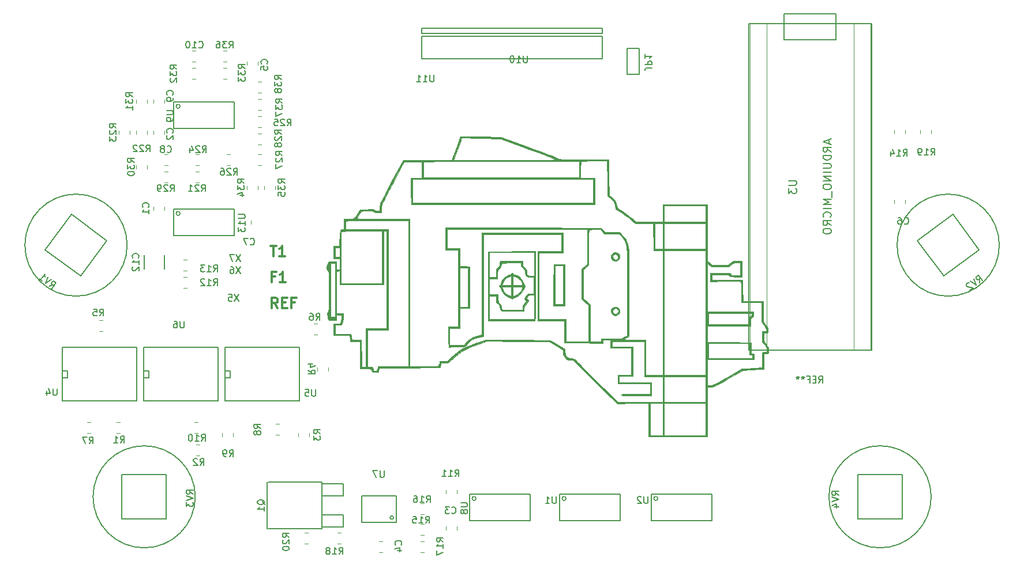
<source format=gbr>
G04 #@! TF.GenerationSoftware,KiCad,Pcbnew,5.0.2-bee76a0~70~ubuntu18.04.1*
G04 #@! TF.CreationDate,2020-10-17T11:56:47+02:00*
G04 #@! TF.ProjectId,DVDLaserScanner,4456444c-6173-4657-9253-63616e6e6572,rev?*
G04 #@! TF.SameCoordinates,Original*
G04 #@! TF.FileFunction,Legend,Bot*
G04 #@! TF.FilePolarity,Positive*
%FSLAX46Y46*%
G04 Gerber Fmt 4.6, Leading zero omitted, Abs format (unit mm)*
G04 Created by KiCad (PCBNEW 5.0.2-bee76a0~70~ubuntu18.04.1) date Sa 17 Okt 2020 11:56:47 CEST*
%MOMM*%
%LPD*%
G01*
G04 APERTURE LIST*
%ADD10C,0.300000*%
%ADD11C,0.150000*%
%ADD12C,0.050000*%
%ADD13C,0.010000*%
G04 APERTURE END LIST*
D10*
X59563142Y-74108571D02*
X60420285Y-74108571D01*
X59991714Y-75608571D02*
X59991714Y-74108571D01*
X61706000Y-75608571D02*
X60848857Y-75608571D01*
X61277428Y-75608571D02*
X61277428Y-74108571D01*
X61134571Y-74322857D01*
X60991714Y-74465714D01*
X60848857Y-74537142D01*
X60206000Y-78632857D02*
X59706000Y-78632857D01*
X59706000Y-79418571D02*
X59706000Y-77918571D01*
X60420285Y-77918571D01*
X61777428Y-79418571D02*
X60920285Y-79418571D01*
X61348857Y-79418571D02*
X61348857Y-77918571D01*
X61206000Y-78132857D01*
X61063142Y-78275714D01*
X60920285Y-78347142D01*
X60610857Y-83228571D02*
X60110857Y-82514285D01*
X59753714Y-83228571D02*
X59753714Y-81728571D01*
X60325142Y-81728571D01*
X60468000Y-81800000D01*
X60539428Y-81871428D01*
X60610857Y-82014285D01*
X60610857Y-82228571D01*
X60539428Y-82371428D01*
X60468000Y-82442857D01*
X60325142Y-82514285D01*
X59753714Y-82514285D01*
X61253714Y-82442857D02*
X61753714Y-82442857D01*
X61968000Y-83228571D02*
X61253714Y-83228571D01*
X61253714Y-81728571D01*
X61968000Y-81728571D01*
X63110857Y-82442857D02*
X62610857Y-82442857D01*
X62610857Y-83228571D02*
X62610857Y-81728571D01*
X63325142Y-81728571D01*
D11*
G04 #@! TO.C,U11*
X81750000Y-43309000D02*
X81750000Y-46609000D01*
X108250000Y-43309000D02*
X81750000Y-43309000D01*
X108250000Y-46609000D02*
X108250000Y-43309000D01*
X108250000Y-46609000D02*
X81750000Y-46609000D01*
X108250000Y-42109000D02*
X108250000Y-42909000D01*
X81750000Y-42109000D02*
X108250000Y-42109000D01*
X81750000Y-42909000D02*
X81750000Y-42109000D01*
X108250000Y-42909000D02*
X81750000Y-42909000D01*
G04 #@! TO.C,RV4*
X145750000Y-114250000D02*
X152250000Y-114250000D01*
X145750000Y-107750000D02*
X145750000Y-114250000D01*
X152250000Y-107750000D02*
X145750000Y-107750000D01*
X152250000Y-114250000D02*
X152250000Y-107750000D01*
X156500000Y-111000000D02*
G75*
G03X156500000Y-111000000I-7500000J0D01*
G01*
G04 #@! TO.C,RV3*
X44250000Y-107750000D02*
X37750000Y-107750000D01*
X44250000Y-114250000D02*
X44250000Y-107750000D01*
X37750000Y-114250000D02*
X44250000Y-114250000D01*
X37750000Y-107750000D02*
X37750000Y-114250000D01*
X48500000Y-111000000D02*
G75*
G03X48500000Y-111000000I-7500000J0D01*
G01*
G04 #@! TO.C,RV2*
X163545709Y-74679361D02*
X159679361Y-69454291D01*
X158320639Y-78545709D02*
X163545709Y-74679361D01*
X154454291Y-73320639D02*
X158320639Y-78545709D01*
X159679361Y-69454291D02*
X154454291Y-73320639D01*
X166500000Y-74000000D02*
G75*
G03X166500000Y-74000000I-7500000J0D01*
G01*
G04 #@! TO.C,RV1*
X31679361Y-78545709D02*
X35545709Y-73320639D01*
X26454291Y-74679361D02*
X31679361Y-78545709D01*
X30320639Y-69454291D02*
X26454291Y-74679361D01*
X35545709Y-73320639D02*
X30320639Y-69454291D01*
X38500000Y-74000000D02*
G75*
G03X38500000Y-74000000I-7500000J0D01*
G01*
G04 #@! TO.C,U1*
X102904591Y-111249000D02*
G75*
G03X102904591Y-111249000I-288591J0D01*
G01*
X110871000Y-114477800D02*
X110871000Y-110566200D01*
X110871000Y-110566200D02*
X101981000Y-110566200D01*
X101981000Y-114477800D02*
X101981000Y-110566200D01*
X101981000Y-114477800D02*
X110871000Y-114477800D01*
X101981000Y-113030000D02*
X101981000Y-111760000D01*
G04 #@! TO.C,U2*
X116366591Y-111249000D02*
G75*
G03X116366591Y-111249000I-288591J0D01*
G01*
X124333000Y-114477800D02*
X124333000Y-110566200D01*
X124333000Y-110566200D02*
X115443000Y-110566200D01*
X115443000Y-114477800D02*
X115443000Y-110566200D01*
X115443000Y-114477800D02*
X124333000Y-114477800D01*
X115443000Y-113030000D02*
X115443000Y-111760000D01*
D12*
G04 #@! TO.C,U3*
X129880000Y-41430400D02*
X129880000Y-89430400D01*
X147620000Y-89430400D02*
X147620000Y-41430400D01*
X132380000Y-41430400D02*
X132380000Y-89430400D01*
X145120000Y-89430400D02*
X145120000Y-41430400D01*
D11*
X142560000Y-40030400D02*
X142560000Y-43840400D01*
X134940000Y-40030400D02*
X134940000Y-43840400D01*
X142560000Y-40030400D02*
X134940000Y-40030400D01*
X134940000Y-43840400D02*
X142560000Y-43840400D01*
X129750000Y-41430400D02*
X147750000Y-41430400D01*
X129750000Y-89430400D02*
X129750000Y-41430400D01*
X147750000Y-89430400D02*
X147750000Y-41430400D01*
X147750000Y-89430400D02*
X129750000Y-89430400D01*
D12*
G04 #@! TO.C,C3*
X86918400Y-115316000D02*
X86918400Y-115824000D01*
X85293600Y-115316000D02*
X85293600Y-115824000D01*
G04 #@! TO.C,R1*
X36957000Y-100025600D02*
X37465000Y-100025600D01*
X36957000Y-101650400D02*
X37465000Y-101650400D01*
G04 #@! TO.C,R2*
X48641000Y-103327600D02*
X49149000Y-103327600D01*
X48641000Y-104952400D02*
X49149000Y-104952400D01*
G04 #@! TO.C,R3*
X65201400Y-101600000D02*
X65201400Y-102108000D01*
X63576600Y-101600000D02*
X63576600Y-102108000D01*
G04 #@! TO.C,R4*
X67995400Y-91948000D02*
X67995400Y-92456000D01*
X66370600Y-91948000D02*
X66370600Y-92456000D01*
G04 #@! TO.C,R5*
X34417000Y-85039600D02*
X34925000Y-85039600D01*
X34417000Y-86664400D02*
X34925000Y-86664400D01*
G04 #@! TO.C,R6*
X65913000Y-85547600D02*
X66421000Y-85547600D01*
X65913000Y-87172400D02*
X66421000Y-87172400D01*
G04 #@! TO.C,R7*
X32639000Y-100025600D02*
X33147000Y-100025600D01*
X32639000Y-101650400D02*
X33147000Y-101650400D01*
G04 #@! TO.C,R8*
X60325000Y-100279600D02*
X60833000Y-100279600D01*
X60325000Y-101904400D02*
X60833000Y-101904400D01*
G04 #@! TO.C,R9*
X52400600Y-102108000D02*
X52400600Y-101600000D01*
X54025400Y-102108000D02*
X54025400Y-101600000D01*
G04 #@! TO.C,R10*
X48895000Y-101650400D02*
X48387000Y-101650400D01*
X48895000Y-100025600D02*
X48387000Y-100025600D01*
G04 #@! TO.C,R11*
X86918400Y-109982000D02*
X86918400Y-110490000D01*
X85293600Y-109982000D02*
X85293600Y-110490000D01*
G04 #@! TO.C,R12*
X46736000Y-78689600D02*
X47244000Y-78689600D01*
X46736000Y-80314400D02*
X47244000Y-80314400D01*
G04 #@! TO.C,R13*
X46736000Y-76149600D02*
X47244000Y-76149600D01*
X46736000Y-77774400D02*
X47244000Y-77774400D01*
G04 #@! TO.C,C4*
X75946000Y-119176400D02*
X75438000Y-119176400D01*
X75946000Y-117551600D02*
X75438000Y-117551600D01*
D11*
G04 #@! TO.C,Q1*
X67056000Y-113665000D02*
X70231000Y-113665000D01*
X70231000Y-113665000D02*
X70231000Y-115443000D01*
X70231000Y-115443000D02*
X67056000Y-115443000D01*
X67056000Y-109093000D02*
X70231000Y-109093000D01*
X70231000Y-109093000D02*
X70231000Y-110871000D01*
X70231000Y-110871000D02*
X67056000Y-110871000D01*
X60960000Y-115697000D02*
X67056000Y-115697000D01*
X67056000Y-115697000D02*
X67056000Y-108839000D01*
X67056000Y-108839000D02*
X59182000Y-108839000D01*
X59055000Y-108839000D02*
X59055000Y-115697000D01*
X59182000Y-115697000D02*
X60960000Y-115697000D01*
D12*
G04 #@! TO.C,R14*
X151079600Y-57632600D02*
X151079600Y-57124600D01*
X152704400Y-57632600D02*
X152704400Y-57124600D01*
G04 #@! TO.C,R15*
X82042000Y-116636400D02*
X81534000Y-116636400D01*
X82042000Y-115011600D02*
X81534000Y-115011600D01*
G04 #@! TO.C,R16*
X81534000Y-111963600D02*
X82042000Y-111963600D01*
X81534000Y-113588400D02*
X82042000Y-113588400D01*
G04 #@! TO.C,R17*
X82042000Y-119176400D02*
X81534000Y-119176400D01*
X82042000Y-117551600D02*
X81534000Y-117551600D01*
G04 #@! TO.C,R18*
X69342000Y-116281600D02*
X69850000Y-116281600D01*
X69342000Y-117906400D02*
X69850000Y-117906400D01*
G04 #@! TO.C,R19*
X154889600Y-57632600D02*
X154889600Y-57124600D01*
X156514400Y-57632600D02*
X156514400Y-57124600D01*
G04 #@! TO.C,R20*
X64516000Y-116281600D02*
X65024000Y-116281600D01*
X64516000Y-117906400D02*
X65024000Y-117906400D01*
D11*
G04 #@! TO.C,U7*
X77597000Y-114046000D02*
G75*
G03X77597000Y-114046000I-254000J0D01*
G01*
X77978000Y-110820200D02*
X77978000Y-114731800D01*
X72898000Y-110820200D02*
X72898000Y-114731800D01*
X77978000Y-110820200D02*
X72898000Y-110820200D01*
X72898000Y-114731800D02*
X77978000Y-114731800D01*
G04 #@! TO.C,U8*
X89696591Y-111249000D02*
G75*
G03X89696591Y-111249000I-288591J0D01*
G01*
X97663000Y-114477800D02*
X97663000Y-110566200D01*
X97663000Y-110566200D02*
X88773000Y-110566200D01*
X88773000Y-114477800D02*
X88773000Y-110566200D01*
X88773000Y-114477800D02*
X97663000Y-114477800D01*
X88773000Y-113030000D02*
X88773000Y-111760000D01*
G04 #@! TO.C,JP1*
X111887000Y-48895000D02*
X111887000Y-45085000D01*
X111887000Y-45085000D02*
X113665000Y-45085000D01*
X113665000Y-45085000D02*
X113665000Y-48895000D01*
X111887000Y-48895000D02*
X113665000Y-48895000D01*
D12*
G04 #@! TO.C,R21*
X49022000Y-64820400D02*
X48514000Y-64820400D01*
X49022000Y-63195600D02*
X48514000Y-63195600D01*
D11*
G04 #@! TO.C,U4*
X28956000Y-89027000D02*
X28956000Y-96901000D01*
X39878000Y-96901000D02*
X39878000Y-89027000D01*
X28956000Y-96901000D02*
X39878000Y-96901000D01*
X39878000Y-89027000D02*
X28956000Y-89027000D01*
X28956000Y-93472000D02*
X29718000Y-93472000D01*
X29718000Y-93472000D02*
X29718000Y-92456000D01*
X29718000Y-92456000D02*
X28956000Y-92456000D01*
G04 #@! TO.C,U5*
X52832000Y-89027000D02*
X52832000Y-96901000D01*
X63754000Y-96901000D02*
X63754000Y-89027000D01*
X52832000Y-96901000D02*
X63754000Y-96901000D01*
X63754000Y-89027000D02*
X52832000Y-89027000D01*
X52832000Y-93472000D02*
X53594000Y-93472000D01*
X53594000Y-93472000D02*
X53594000Y-92456000D01*
X53594000Y-92456000D02*
X52832000Y-92456000D01*
G04 #@! TO.C,U6*
X40894000Y-89027000D02*
X40894000Y-96901000D01*
X51816000Y-96901000D02*
X51816000Y-89027000D01*
X40894000Y-96901000D02*
X51816000Y-96901000D01*
X51816000Y-89027000D02*
X40894000Y-89027000D01*
X40894000Y-93472000D02*
X41656000Y-93472000D01*
X41656000Y-93472000D02*
X41656000Y-92456000D01*
X41656000Y-92456000D02*
X40894000Y-92456000D01*
D12*
G04 #@! TO.C,C1*
X43992400Y-68834000D02*
X43992400Y-68326000D01*
X42367600Y-68834000D02*
X42367600Y-68326000D01*
G04 #@! TO.C,C2*
X43992400Y-57150000D02*
X43992400Y-57658000D01*
X42367600Y-57150000D02*
X42367600Y-57658000D01*
G04 #@! TO.C,C5*
X57708400Y-47498000D02*
X57708400Y-46990000D01*
X56083600Y-47498000D02*
X56083600Y-46990000D01*
G04 #@! TO.C,C8*
X43942000Y-62280400D02*
X44450000Y-62280400D01*
X43942000Y-60655600D02*
X44450000Y-60655600D01*
G04 #@! TO.C,C9*
X42367600Y-53086000D02*
X42367600Y-52578000D01*
X43992400Y-53086000D02*
X43992400Y-52578000D01*
G04 #@! TO.C,C10*
X48514000Y-47040400D02*
X48006000Y-47040400D01*
X48514000Y-45415600D02*
X48006000Y-45415600D01*
G04 #@! TO.C,R22*
X41452400Y-57150000D02*
X41452400Y-57658000D01*
X39827600Y-57150000D02*
X39827600Y-57658000D01*
G04 #@! TO.C,R23*
X37287600Y-57658000D02*
X37287600Y-57150000D01*
X38912400Y-57658000D02*
X38912400Y-57150000D01*
G04 #@! TO.C,R24*
X49022000Y-60655600D02*
X48514000Y-60655600D01*
X49022000Y-62280400D02*
X48514000Y-62280400D01*
G04 #@! TO.C,R25*
X57658000Y-55067600D02*
X58166000Y-55067600D01*
X57658000Y-56692400D02*
X58166000Y-56692400D01*
G04 #@! TO.C,R26*
X53594000Y-62280400D02*
X53086000Y-62280400D01*
X53594000Y-60655600D02*
X53086000Y-60655600D01*
G04 #@! TO.C,R27*
X58166000Y-62280400D02*
X57658000Y-62280400D01*
X58166000Y-60655600D02*
X57658000Y-60655600D01*
G04 #@! TO.C,R28*
X58166000Y-57607600D02*
X57658000Y-57607600D01*
X58166000Y-59232400D02*
X57658000Y-59232400D01*
G04 #@! TO.C,R29*
X43942000Y-63195600D02*
X44450000Y-63195600D01*
X43942000Y-64820400D02*
X44450000Y-64820400D01*
G04 #@! TO.C,R30*
X39827600Y-62230000D02*
X39827600Y-62738000D01*
X41452400Y-62230000D02*
X41452400Y-62738000D01*
G04 #@! TO.C,R31*
X41452400Y-53086000D02*
X41452400Y-52578000D01*
X39827600Y-53086000D02*
X39827600Y-52578000D01*
G04 #@! TO.C,R32*
X48514000Y-47955600D02*
X48006000Y-47955600D01*
X48514000Y-49580400D02*
X48006000Y-49580400D01*
G04 #@! TO.C,R33*
X52578000Y-49580400D02*
X53086000Y-49580400D01*
X52578000Y-47955600D02*
X53086000Y-47955600D01*
G04 #@! TO.C,R34*
X57708400Y-65786000D02*
X57708400Y-65278000D01*
X56083600Y-65786000D02*
X56083600Y-65278000D01*
G04 #@! TO.C,R35*
X60248400Y-65278000D02*
X60248400Y-65786000D01*
X58623600Y-65278000D02*
X58623600Y-65786000D01*
G04 #@! TO.C,R36*
X53086000Y-45415600D02*
X52578000Y-45415600D01*
X53086000Y-47040400D02*
X52578000Y-47040400D01*
G04 #@! TO.C,R37*
X58166000Y-52527600D02*
X57658000Y-52527600D01*
X58166000Y-54152400D02*
X57658000Y-54152400D01*
G04 #@! TO.C,R38*
X58166000Y-51612400D02*
X57658000Y-51612400D01*
X58166000Y-49987600D02*
X57658000Y-49987600D01*
D11*
G04 #@! TO.C,C12*
X41025000Y-77500000D02*
X41025000Y-75500000D01*
X43975000Y-75500000D02*
X43975000Y-77500000D01*
G04 #@! TO.C,U9*
X45339000Y-55372000D02*
X45339000Y-54102000D01*
X45339000Y-56819800D02*
X54229000Y-56819800D01*
X45339000Y-56819800D02*
X45339000Y-52908200D01*
X54229000Y-52908200D02*
X45339000Y-52908200D01*
X54229000Y-56819800D02*
X54229000Y-52908200D01*
X46262591Y-53591000D02*
G75*
G03X46262591Y-53591000I-288591J0D01*
G01*
G04 #@! TO.C,U13*
X46262591Y-69339000D02*
G75*
G03X46262591Y-69339000I-288591J0D01*
G01*
X54229000Y-72567800D02*
X54229000Y-68656200D01*
X54229000Y-68656200D02*
X45339000Y-68656200D01*
X45339000Y-72567800D02*
X45339000Y-68656200D01*
X45339000Y-72567800D02*
X54229000Y-72567800D01*
X45339000Y-71120000D02*
X45339000Y-69850000D01*
D13*
G04 #@! TO.C,G\002A\002A\002A*
G36*
X67925989Y-76775542D02*
X67943721Y-76739961D01*
X68114775Y-76404667D01*
X69212000Y-76404667D01*
X69212000Y-77590000D01*
X69720000Y-77590000D01*
X69720000Y-75981333D01*
X69042667Y-75981333D01*
X69042667Y-75727333D01*
X69720000Y-75727333D01*
X69720000Y-74372667D01*
X69042667Y-74372667D01*
X69042667Y-75727333D01*
X69042667Y-75981333D01*
X68788667Y-75981333D01*
X68788667Y-74118667D01*
X69212000Y-74118667D01*
X69462780Y-74113348D01*
X69589074Y-74078441D01*
X69635724Y-73985520D01*
X69646105Y-73843500D01*
X69655332Y-73645338D01*
X69671765Y-73327025D01*
X69692829Y-72937461D01*
X69709605Y-72637000D01*
X69762333Y-71705667D01*
X70037500Y-71679136D01*
X70312666Y-71652605D01*
X70312666Y-70895969D01*
X70312667Y-70139333D01*
X70799500Y-70138402D01*
X71238184Y-70131252D01*
X71549276Y-70098281D01*
X71774425Y-70019243D01*
X71955279Y-69873892D01*
X72133489Y-69641981D01*
X72277221Y-69420062D01*
X72667415Y-68802047D01*
X73576572Y-68740079D01*
X73998563Y-68715266D01*
X74295493Y-68711162D01*
X74510752Y-68731234D01*
X74687734Y-68778947D01*
X74833364Y-68840491D01*
X75089641Y-68934436D01*
X75314780Y-68975037D01*
X75371500Y-68972547D01*
X75480783Y-68937564D01*
X75537960Y-68848494D01*
X75559427Y-68661915D01*
X75562000Y-68468124D01*
X75565074Y-68347760D01*
X75578948Y-68227046D01*
X75610598Y-68090858D01*
X75667000Y-67924072D01*
X75755130Y-67711564D01*
X75881965Y-67438210D01*
X76054480Y-67088885D01*
X76279651Y-66648466D01*
X76564455Y-66101829D01*
X76915868Y-65433849D01*
X77276500Y-64751136D01*
X78991000Y-61508247D01*
X82582760Y-61484624D01*
X86174521Y-61461000D01*
X86812639Y-59733202D01*
X87450758Y-58005403D01*
X90375212Y-58058855D01*
X93299667Y-58112307D01*
X97355596Y-59589913D01*
X98152290Y-59881872D01*
X98906417Y-60161534D01*
X99601837Y-60422683D01*
X100222408Y-60659106D01*
X100751991Y-60864587D01*
X101174444Y-61032910D01*
X101473626Y-61157862D01*
X101633398Y-61233227D01*
X101649001Y-61243094D01*
X101711200Y-61285606D01*
X101782648Y-61320639D01*
X101879275Y-61348915D01*
X102017012Y-61371158D01*
X102211790Y-61388091D01*
X102479539Y-61400437D01*
X102836189Y-61408919D01*
X103297672Y-61414260D01*
X103879918Y-61417182D01*
X104598857Y-61418410D01*
X105470421Y-61418667D01*
X109147907Y-61418667D01*
X109204934Y-64022167D01*
X109261962Y-66625667D01*
X109719530Y-67049000D01*
X109975553Y-67302226D01*
X110133184Y-67513639D01*
X110229816Y-67742593D01*
X110279636Y-67938000D01*
X110352772Y-68217645D01*
X110431041Y-68438205D01*
X110475600Y-68520922D01*
X110579770Y-68612411D01*
X110793772Y-68774195D01*
X111086151Y-68983226D01*
X111417013Y-69210758D01*
X111804558Y-69479941D01*
X112191144Y-69761266D01*
X112525876Y-70017045D01*
X112716413Y-70173003D01*
X113167827Y-70562667D01*
X117133333Y-70562667D01*
X117133333Y-68022667D01*
X123652667Y-68022667D01*
X123652667Y-76317721D01*
X124287667Y-76908085D01*
X125505071Y-76910376D01*
X126722476Y-76912667D01*
X127050482Y-76616333D01*
X127223273Y-76468287D01*
X127371218Y-76380129D01*
X127546867Y-76336366D01*
X127802771Y-76321504D01*
X128055577Y-76320000D01*
X128732667Y-76320000D01*
X128732667Y-78690667D01*
X128194150Y-78690667D01*
X127684850Y-78676968D01*
X127283553Y-78637929D01*
X127008565Y-78576634D01*
X126878191Y-78496169D01*
X126870000Y-78467492D01*
X126838208Y-78421531D01*
X126728352Y-78388987D01*
X126518713Y-78367884D01*
X126187573Y-78356248D01*
X125713212Y-78352104D01*
X125600000Y-78352000D01*
X124330000Y-78352000D01*
X124330000Y-79114000D01*
X128817333Y-79114000D01*
X128817935Y-80108833D01*
X128823083Y-80573621D01*
X128836510Y-81042885D01*
X128855988Y-81452731D01*
X128872512Y-81675167D01*
X128926486Y-82246667D01*
X131865333Y-82246667D01*
X131865333Y-85241795D01*
X132225167Y-85712731D01*
X132420562Y-85983649D01*
X132525575Y-86184366D01*
X132562710Y-86370895D01*
X132558965Y-86543500D01*
X132533979Y-86769121D01*
X132474962Y-86872856D01*
X132340203Y-86901976D01*
X132241465Y-86903333D01*
X131950000Y-86903333D01*
X131950000Y-87546508D01*
X131954152Y-87878387D01*
X131979295Y-88098710D01*
X132044461Y-88265241D01*
X132168683Y-88435746D01*
X132288667Y-88574428D01*
X132483456Y-88812920D01*
X132585191Y-89005377D01*
X132623086Y-89222914D01*
X132627333Y-89398809D01*
X132617259Y-89658786D01*
X132591482Y-89843830D01*
X132570889Y-89894889D01*
X132454697Y-89933632D01*
X132248986Y-89951235D01*
X132232222Y-89951333D01*
X131950000Y-89951333D01*
X131950000Y-92237333D01*
X131547833Y-92242300D01*
X131309481Y-92249035D01*
X130949056Y-92263837D01*
X130513514Y-92284594D01*
X130049810Y-92309191D01*
X130001566Y-92311901D01*
X128857466Y-92376535D01*
X126720813Y-93619268D01*
X126102490Y-93978143D01*
X125610966Y-94260420D01*
X125227035Y-94475270D01*
X124931493Y-94631864D01*
X124705135Y-94739374D01*
X124528754Y-94806970D01*
X124383145Y-94843824D01*
X124249104Y-94859107D01*
X124118414Y-94862000D01*
X123652667Y-94862000D01*
X123652667Y-94608000D01*
X124088660Y-94608000D01*
X124224099Y-94603243D01*
X124359104Y-94582801D01*
X124512896Y-94537420D01*
X124704693Y-94457844D01*
X124953715Y-94334817D01*
X125279180Y-94159085D01*
X125700307Y-93921393D01*
X126236317Y-93612485D01*
X126627234Y-93385517D01*
X128729815Y-92163034D01*
X129768407Y-92112395D01*
X130221187Y-92088334D01*
X130658821Y-92061612D01*
X131027693Y-92035698D01*
X131251500Y-92016453D01*
X131696000Y-91971149D01*
X131696000Y-89784001D01*
X132030015Y-89730590D01*
X132255302Y-89675180D01*
X132363023Y-89579445D01*
X132398329Y-89454423D01*
X132428277Y-89272978D01*
X132445314Y-89187879D01*
X132400215Y-89107164D01*
X132269730Y-88937095D01*
X132081846Y-88714096D01*
X132077000Y-88708552D01*
X131696000Y-88273011D01*
X131696000Y-86649333D01*
X131986628Y-86649333D01*
X132229518Y-86612556D01*
X132335934Y-86497909D01*
X132305964Y-86298927D01*
X132139698Y-86009139D01*
X131998013Y-85818644D01*
X131611333Y-85326462D01*
X131611333Y-82416000D01*
X128648000Y-82416000D01*
X128646703Y-80955500D01*
X128642204Y-80469098D01*
X128630550Y-80037633D01*
X128613168Y-79691341D01*
X128591483Y-79460455D01*
X128572414Y-79379794D01*
X128521223Y-79344185D01*
X128406881Y-79317532D01*
X128211621Y-79299179D01*
X127917675Y-79288468D01*
X127507276Y-79284742D01*
X126962657Y-79287346D01*
X126287710Y-79295319D01*
X124076000Y-79326050D01*
X124076000Y-78098000D01*
X125600000Y-78098000D01*
X126141794Y-78098802D01*
X126537245Y-78102911D01*
X126809342Y-78112881D01*
X126981076Y-78131267D01*
X127075434Y-78160623D01*
X127115406Y-78203503D01*
X127123981Y-78262462D01*
X127124000Y-78267333D01*
X127138141Y-78351703D01*
X127203272Y-78402267D01*
X127353454Y-78427542D01*
X127622749Y-78436044D01*
X127801333Y-78436667D01*
X128478667Y-78436667D01*
X128478667Y-76574000D01*
X127985906Y-76574000D01*
X127683762Y-76586052D01*
X127472722Y-76640474D01*
X127275223Y-76764662D01*
X127146947Y-76870333D01*
X126800749Y-77166667D01*
X124211061Y-77166667D01*
X123652667Y-76625449D01*
X123652667Y-83770667D01*
X130426000Y-83770667D01*
X130424703Y-84088167D01*
X130399989Y-84376202D01*
X130313344Y-84546302D01*
X130150833Y-84642019D01*
X130070703Y-84701152D01*
X130025128Y-84829643D01*
X130005533Y-85065107D01*
X130002667Y-85292010D01*
X130002667Y-85887333D01*
X123822000Y-85887333D01*
X123822000Y-85633333D01*
X129748667Y-85633333D01*
X129748667Y-85080905D01*
X129753997Y-84780051D01*
X129779839Y-84604256D01*
X129840967Y-84509344D01*
X129952155Y-84451135D01*
X129960333Y-84448000D01*
X130136997Y-84312280D01*
X130172000Y-84174386D01*
X130172000Y-83981248D01*
X123822000Y-83981248D01*
X123822000Y-85633333D01*
X123822000Y-85887333D01*
X123652667Y-85887333D01*
X123652667Y-88255964D01*
X126848833Y-88278149D01*
X130045000Y-88300333D01*
X130044634Y-89125833D01*
X130044267Y-89951333D01*
X130277467Y-89951333D01*
X130415623Y-89962480D01*
X130484528Y-90024963D01*
X130508182Y-90182350D01*
X130510667Y-90374667D01*
X130510667Y-90798000D01*
X123822000Y-90798000D01*
X123822000Y-90628667D01*
X130256667Y-90628667D01*
X130256667Y-90374667D01*
X130234959Y-90194160D01*
X130137463Y-90127848D01*
X130023833Y-90120851D01*
X129791000Y-90121036D01*
X129817790Y-89274185D01*
X129844579Y-88427333D01*
X123822000Y-88427333D01*
X123822000Y-90628667D01*
X123822000Y-90798000D01*
X123652667Y-90798000D01*
X123652667Y-94608000D01*
X123652667Y-94862000D01*
X123652667Y-102143333D01*
X117302667Y-102143333D01*
X117302667Y-101974000D01*
X123398667Y-101974000D01*
X123398667Y-97232667D01*
X117302667Y-97232667D01*
X117302667Y-97063333D01*
X123398667Y-97063333D01*
X123398667Y-93338000D01*
X117302667Y-93338000D01*
X117302667Y-93084000D01*
X123398667Y-93084000D01*
X123398667Y-74796000D01*
X117302667Y-74796000D01*
X117302667Y-74542000D01*
X123398667Y-74542000D01*
X123398667Y-70816667D01*
X117302667Y-70816667D01*
X117302667Y-70562667D01*
X123398667Y-70562667D01*
X123398667Y-68192000D01*
X117302667Y-68192000D01*
X117302667Y-70562667D01*
X117302667Y-70816667D01*
X117302667Y-74542000D01*
X117302667Y-74796000D01*
X117302667Y-93084000D01*
X117302667Y-93338000D01*
X117302667Y-97063333D01*
X117302667Y-97232667D01*
X117302667Y-101974000D01*
X117302667Y-102143333D01*
X115270667Y-102143333D01*
X115270667Y-101974000D01*
X117133333Y-101974000D01*
X117133333Y-97232667D01*
X117133333Y-97063333D01*
X117133333Y-93338000D01*
X114424000Y-93338000D01*
X114424000Y-88173333D01*
X109682667Y-88173333D01*
X109682667Y-88935333D01*
X112730667Y-88935333D01*
X112730667Y-93253333D01*
X110698667Y-93253333D01*
X110698667Y-94184667D01*
X115440000Y-94184667D01*
X115440000Y-96132000D01*
X113238667Y-96132000D01*
X112562989Y-96130905D01*
X112038375Y-96126918D01*
X111646568Y-96118985D01*
X111369308Y-96106054D01*
X111188336Y-96087070D01*
X111085394Y-96060980D01*
X111042223Y-96026731D01*
X111037333Y-96005000D01*
X111056535Y-95965329D01*
X111126540Y-95934700D01*
X111265952Y-95911999D01*
X111493371Y-95896109D01*
X111827399Y-95885913D01*
X112286638Y-95880297D01*
X112889691Y-95878143D01*
X113154000Y-95878000D01*
X115270667Y-95878000D01*
X115270667Y-94354000D01*
X110529333Y-94354000D01*
X110529333Y-93084000D01*
X112476667Y-93084000D01*
X112476667Y-89104667D01*
X109428667Y-89104667D01*
X109428667Y-87919333D01*
X108328000Y-87919333D01*
X108328000Y-88454056D01*
X106790427Y-88398361D01*
X106465333Y-88388155D01*
X106465333Y-88173333D01*
X107269667Y-88173333D01*
X107642285Y-88171864D01*
X107877289Y-88161889D01*
X108006397Y-88135064D01*
X108061326Y-88083040D01*
X108073796Y-87997470D01*
X108074000Y-87961667D01*
X108074000Y-87750000D01*
X109565375Y-87750000D01*
X110103627Y-87749073D01*
X110502596Y-87743923D01*
X110792333Y-87731000D01*
X111002886Y-87706752D01*
X111164306Y-87667628D01*
X111306642Y-87610078D01*
X111459945Y-87530550D01*
X111470375Y-87524878D01*
X111884000Y-87299755D01*
X111884000Y-80952229D01*
X111883900Y-79763541D01*
X111883382Y-78731640D01*
X111882121Y-77843981D01*
X111879792Y-77088017D01*
X111876068Y-76451204D01*
X111870624Y-75920995D01*
X111863134Y-75484845D01*
X111853272Y-75130207D01*
X111840714Y-74844536D01*
X111825132Y-74615286D01*
X111806202Y-74429912D01*
X111783598Y-74275866D01*
X111756995Y-74140605D01*
X111726065Y-74011581D01*
X111701382Y-73917185D01*
X111592477Y-73545422D01*
X111479198Y-73277157D01*
X111327436Y-73049187D01*
X111103079Y-72798308D01*
X111090441Y-72785167D01*
X110662118Y-72340667D01*
X108525674Y-72340667D01*
X107981354Y-71663333D01*
X107217296Y-71663333D01*
X106794093Y-71673391D01*
X106515424Y-71705725D01*
X106357564Y-71763579D01*
X106332286Y-71784286D01*
X106296447Y-71846762D01*
X106268152Y-71966023D01*
X106246595Y-72159454D01*
X106230968Y-72444442D01*
X106220466Y-72838374D01*
X106214281Y-73358635D01*
X106211607Y-74022612D01*
X106211333Y-74391324D01*
X106211333Y-76877410D01*
X105830333Y-77251333D01*
X105449333Y-77625257D01*
X105449333Y-81786301D01*
X106465333Y-82791699D01*
X106465333Y-88173333D01*
X106465333Y-88388155D01*
X106168542Y-88378836D01*
X105483948Y-88362301D01*
X104803569Y-88350071D01*
X104194327Y-88343460D01*
X103954094Y-88342667D01*
X102655333Y-88342667D01*
X102655333Y-85125333D01*
X98760667Y-85125333D01*
X98760667Y-74880667D01*
X102232000Y-74880667D01*
X102232000Y-72425333D01*
X90802000Y-72425333D01*
X90802000Y-87389302D01*
X90272833Y-87489026D01*
X89599468Y-87674064D01*
X89021883Y-87951352D01*
X88565328Y-88307155D01*
X88386982Y-88514749D01*
X88078245Y-88935333D01*
X87090622Y-88936490D01*
X86678676Y-88941546D01*
X86312375Y-88954384D01*
X86034722Y-88972988D01*
X85898219Y-88992432D01*
X85806667Y-89005827D01*
X85806667Y-88681333D01*
X86886167Y-88678716D01*
X87965667Y-88676098D01*
X88255226Y-88291849D01*
X88641602Y-87908148D01*
X89169540Y-87598108D01*
X89845875Y-87357858D01*
X89955333Y-87328925D01*
X90505667Y-87188885D01*
X90548915Y-72171333D01*
X102486000Y-72171333D01*
X102486000Y-75134667D01*
X98930000Y-75134667D01*
X98930000Y-84871333D01*
X102909333Y-84871333D01*
X102909333Y-88173333D01*
X106211333Y-88173333D01*
X106211333Y-82876366D01*
X105195333Y-81870968D01*
X105195333Y-77541301D01*
X105618667Y-77124333D01*
X106042000Y-76707366D01*
X106042000Y-71663333D01*
X85468000Y-71663333D01*
X85468000Y-74457333D01*
X87330667Y-74457333D01*
X87330667Y-77075152D01*
X88029167Y-77099743D01*
X88727667Y-77124333D01*
X88749889Y-80193500D01*
X88772112Y-83262667D01*
X87330667Y-83262667D01*
X87330667Y-83093333D01*
X88516000Y-83093333D01*
X88516000Y-77336000D01*
X87330667Y-77336000D01*
X87330667Y-83093333D01*
X87330667Y-83262667D01*
X87330667Y-86226000D01*
X85806667Y-86226000D01*
X85806667Y-88681333D01*
X85806667Y-89005827D01*
X85754393Y-89013476D01*
X85733416Y-88948652D01*
X85747395Y-88906609D01*
X85755576Y-88789504D01*
X85719343Y-88766000D01*
X85688528Y-88684374D01*
X85664032Y-88451494D01*
X85646909Y-88085358D01*
X85638216Y-87603965D01*
X85637333Y-87369000D01*
X85637333Y-85972000D01*
X87076667Y-85972000D01*
X87076667Y-74711333D01*
X85214000Y-74711333D01*
X85214000Y-71396993D01*
X96650530Y-71424330D01*
X108087061Y-71451667D01*
X108668945Y-72086667D01*
X110746301Y-72086667D01*
X111227278Y-72573500D01*
X111454405Y-72811712D01*
X111610251Y-73010081D01*
X111722418Y-73220047D01*
X111818511Y-73493050D01*
X111923667Y-73871240D01*
X112139078Y-74682146D01*
X112117372Y-81066261D01*
X112095667Y-87450377D01*
X111714667Y-87663688D01*
X111333667Y-87877000D01*
X114593333Y-87922990D01*
X114593333Y-93084000D01*
X117133333Y-93084000D01*
X117133333Y-74802848D01*
X116434833Y-74778258D01*
X115948000Y-74761119D01*
X115948000Y-74542000D01*
X117133333Y-74542000D01*
X117133333Y-70816667D01*
X115948000Y-70816667D01*
X115948000Y-74542000D01*
X115948000Y-74761119D01*
X115736333Y-74753667D01*
X115690879Y-70816667D01*
X113085083Y-70816667D01*
X112460288Y-70287500D01*
X112110318Y-70006374D01*
X111683085Y-69685578D01*
X111245363Y-69374478D01*
X111018212Y-69221363D01*
X110200929Y-68684393D01*
X110073033Y-68123695D01*
X109992884Y-67815458D01*
X109897482Y-67596834D01*
X109748625Y-67405652D01*
X109508111Y-67179742D01*
X109475235Y-67150819D01*
X109005333Y-66738639D01*
X109005074Y-65623820D01*
X109001347Y-65131994D01*
X108991273Y-64534427D01*
X108976224Y-63894537D01*
X108957571Y-63275740D01*
X108949356Y-63046945D01*
X108893896Y-61584890D01*
X106981115Y-61607612D01*
X105068333Y-61630333D01*
X105044903Y-62879167D01*
X105021473Y-64128000D01*
X107145846Y-64128000D01*
X107123089Y-66054167D01*
X107100333Y-67980333D01*
X80388000Y-67980333D01*
X80388000Y-67768667D01*
X106888667Y-67768667D01*
X106888667Y-64297333D01*
X81996667Y-64297333D01*
X81996667Y-64043333D01*
X104856667Y-64043333D01*
X104856667Y-61672667D01*
X94252167Y-61673105D01*
X94005593Y-61673194D01*
X94005593Y-61503333D01*
X95322536Y-61503079D01*
X96479796Y-61502211D01*
X97487023Y-61500570D01*
X98353866Y-61497996D01*
X99089975Y-61494331D01*
X99705000Y-61489415D01*
X100208590Y-61483090D01*
X100610396Y-61475197D01*
X100920066Y-61465576D01*
X101147252Y-61454068D01*
X101301601Y-61440515D01*
X101392765Y-61424757D01*
X101430393Y-61406636D01*
X101424134Y-61385992D01*
X101417924Y-61381165D01*
X101305750Y-61328647D01*
X101050358Y-61224501D01*
X100667731Y-61074799D01*
X100173850Y-60885609D01*
X99584699Y-60663003D01*
X98916259Y-60413050D01*
X98184514Y-60141820D01*
X97405445Y-59855383D01*
X97271585Y-59806396D01*
X93299667Y-58353795D01*
X90466809Y-58281144D01*
X89792943Y-58264375D01*
X89175764Y-58250005D01*
X88634959Y-58238415D01*
X88190211Y-58229985D01*
X87861207Y-58225098D01*
X87667632Y-58224134D01*
X87623168Y-58226079D01*
X87592178Y-58307147D01*
X87511847Y-58523399D01*
X87390972Y-58850980D01*
X87238352Y-59266034D01*
X87062784Y-59744707D01*
X87015613Y-59873500D01*
X86418842Y-61503333D01*
X94005593Y-61503333D01*
X94005593Y-61673194D01*
X92909074Y-61673595D01*
X91602067Y-61674918D01*
X90342351Y-61677020D01*
X89141132Y-61679846D01*
X88009618Y-61683343D01*
X86959013Y-61687457D01*
X86000525Y-61692133D01*
X85145360Y-61697317D01*
X84404725Y-61702956D01*
X83789826Y-61708995D01*
X83311868Y-61715381D01*
X82982059Y-61722059D01*
X82822167Y-61728208D01*
X81996666Y-61782873D01*
X81996667Y-62913103D01*
X81996667Y-64043333D01*
X81996667Y-64297333D01*
X80388000Y-64297333D01*
X80388000Y-67768667D01*
X80388000Y-67980333D01*
X80176333Y-67980333D01*
X80153577Y-66054167D01*
X80130821Y-64128000D01*
X81742667Y-64128000D01*
X81742667Y-61757333D01*
X79145007Y-61757333D01*
X77501670Y-64855989D01*
X77097224Y-65619239D01*
X76764991Y-66249107D01*
X76497641Y-66761702D01*
X76287846Y-67173129D01*
X76128274Y-67499496D01*
X76011597Y-67756910D01*
X75930483Y-67961478D01*
X75877605Y-68129307D01*
X75845630Y-68276503D01*
X75827231Y-68419173D01*
X75816000Y-68560156D01*
X75773667Y-69165667D01*
X75371281Y-69191481D01*
X74997649Y-69172154D01*
X74780942Y-69085648D01*
X74623888Y-69016310D01*
X74373597Y-68974683D01*
X73999295Y-68956732D01*
X73786328Y-68955297D01*
X73426952Y-68962066D01*
X73128914Y-68979165D01*
X72934706Y-69003590D01*
X72887924Y-69018797D01*
X72795264Y-69118334D01*
X72650874Y-69309774D01*
X72485725Y-69547223D01*
X72330790Y-69784787D01*
X72217039Y-69976572D01*
X72175333Y-70074703D01*
X72257214Y-70087877D01*
X72491714Y-70100149D01*
X72862121Y-70111242D01*
X73351721Y-70120879D01*
X73943803Y-70128781D01*
X74621654Y-70134673D01*
X75368560Y-70138276D01*
X76070000Y-70139333D01*
X79964667Y-70139333D01*
X79964667Y-91814000D01*
X81933167Y-91812844D01*
X82503510Y-91810442D01*
X83025094Y-91804341D01*
X83471384Y-91795164D01*
X83815843Y-91783535D01*
X84031938Y-91770079D01*
X84086126Y-91762216D01*
X84228830Y-91667953D01*
X84312317Y-91455739D01*
X84326401Y-91382372D01*
X84382217Y-91052000D01*
X85463617Y-91052000D01*
X86315305Y-90289429D01*
X86796637Y-89882447D01*
X87274609Y-89534223D01*
X87782171Y-89226918D01*
X88352270Y-88942696D01*
X89017857Y-88663720D01*
X89811879Y-88372153D01*
X89937709Y-88328436D01*
X91169324Y-87902998D01*
X95875162Y-87936627D01*
X100581000Y-87970255D01*
X101639333Y-88605292D01*
X102697667Y-89240328D01*
X102723978Y-89650559D01*
X102821222Y-90094824D01*
X102957972Y-90333074D01*
X103097179Y-90490151D01*
X103250454Y-90580459D01*
X103477040Y-90630149D01*
X103680578Y-90652050D01*
X103993688Y-90693475D01*
X104187246Y-90759572D01*
X104310930Y-90869019D01*
X104330822Y-90896538D01*
X104416446Y-90993878D01*
X104610563Y-91197820D01*
X104901051Y-91496114D01*
X105275787Y-91876512D01*
X105722648Y-92326765D01*
X106229511Y-92834623D01*
X106784253Y-93387838D01*
X107374752Y-93974160D01*
X107476571Y-94075008D01*
X110487000Y-97055683D01*
X113810167Y-97059508D01*
X117133333Y-97063333D01*
X117133333Y-97232667D01*
X115270667Y-97232667D01*
X115270667Y-101974000D01*
X115270667Y-102143333D01*
X115016667Y-102143333D01*
X115016667Y-97211876D01*
X112709500Y-97267393D01*
X110402333Y-97322911D01*
X107150776Y-94102789D01*
X103899218Y-90882667D01*
X103499141Y-90882667D01*
X103259468Y-90871112D01*
X103093287Y-90814122D01*
X102937344Y-90678209D01*
X102792532Y-90508584D01*
X102600078Y-90242652D01*
X102507386Y-90012478D01*
X102484192Y-89767751D01*
X102482384Y-89401000D01*
X101447025Y-88795276D01*
X100411667Y-88189552D01*
X95845582Y-88152803D01*
X91279498Y-88116055D01*
X89967884Y-88571302D01*
X89216001Y-88842454D01*
X88594269Y-89093498D01*
X88068096Y-89343492D01*
X87602891Y-89611493D01*
X87164064Y-89916562D01*
X86717024Y-90277754D01*
X86456707Y-90505816D01*
X85562430Y-91306000D01*
X84558309Y-91306000D01*
X84454373Y-91955976D01*
X81899395Y-92011988D01*
X81129212Y-92027263D01*
X80298286Y-92040952D01*
X79454303Y-92052459D01*
X78644950Y-92061188D01*
X77917916Y-92066544D01*
X77414711Y-92068000D01*
X75485006Y-92068000D01*
X75428678Y-92368256D01*
X75372350Y-92668511D01*
X74899147Y-92643422D01*
X74891160Y-92642773D01*
X74891160Y-92491333D01*
X75051311Y-92478884D01*
X75146398Y-92413929D01*
X75210803Y-92255057D01*
X75260208Y-92046833D01*
X75311226Y-91814000D01*
X79795333Y-91814000D01*
X79795333Y-70419689D01*
X75673430Y-70371151D01*
X74574517Y-70360297D01*
X73611822Y-70355143D01*
X72790997Y-70355644D01*
X72117694Y-70361751D01*
X71597565Y-70373419D01*
X71236260Y-70390600D01*
X71059097Y-70409353D01*
X70566667Y-70496093D01*
X70566667Y-71663333D01*
X76832000Y-71663333D01*
X76832000Y-86480000D01*
X73784000Y-86480000D01*
X73784000Y-91898667D01*
X74155577Y-91898667D01*
X74388255Y-91907663D01*
X74505657Y-91959610D01*
X74561753Y-92091947D01*
X74582747Y-92195000D01*
X74639230Y-92395704D01*
X74739692Y-92477581D01*
X74891160Y-92491333D01*
X74891160Y-92642773D01*
X74625070Y-92621117D01*
X74474754Y-92577673D01*
X74402626Y-92492448D01*
X74376504Y-92406667D01*
X74345982Y-92309115D01*
X74287254Y-92246076D01*
X74167019Y-92208534D01*
X73951976Y-92187473D01*
X73608824Y-92173877D01*
X73505198Y-92170768D01*
X72937333Y-92154025D01*
X72937333Y-91898667D01*
X73530000Y-91898667D01*
X73530000Y-86226000D01*
X76578000Y-86226000D01*
X76578000Y-71917333D01*
X76154667Y-71917333D01*
X76154667Y-79791333D01*
X69889333Y-79791333D01*
X69889333Y-79622000D01*
X75900667Y-79622000D01*
X75900667Y-71917333D01*
X73415420Y-71917333D01*
X72753970Y-71919195D01*
X72121973Y-71924452D01*
X71546608Y-71932612D01*
X71055052Y-71943183D01*
X70674482Y-71955675D01*
X70432075Y-71969594D01*
X70409753Y-71971728D01*
X69889333Y-72026123D01*
X69889333Y-79622000D01*
X69889333Y-79791333D01*
X69720000Y-79791333D01*
X69720000Y-77788661D01*
X69212000Y-77863219D01*
X69212000Y-84024667D01*
X70228000Y-84024667D01*
X70226367Y-84426833D01*
X70201885Y-84765900D01*
X70142439Y-85135180D01*
X70115351Y-85252333D01*
X70005968Y-85675667D01*
X69042666Y-85726451D01*
X69042666Y-86399559D01*
X69042667Y-87072667D01*
X71320993Y-87072667D01*
X71373760Y-87390167D01*
X71420283Y-87649300D01*
X71479278Y-87806113D01*
X71588860Y-87886277D01*
X71787141Y-87915465D01*
X72112235Y-87919349D01*
X72159380Y-87919333D01*
X72826074Y-87919333D01*
X72881704Y-89329856D01*
X72900971Y-89854422D01*
X72917345Y-90368898D01*
X72929561Y-90828129D01*
X72936359Y-91186959D01*
X72937333Y-91319522D01*
X72937333Y-91898667D01*
X72937333Y-92154025D01*
X72683333Y-92146535D01*
X72683333Y-88173333D01*
X71256184Y-88173333D01*
X71198003Y-87707667D01*
X71139822Y-87242000D01*
X68788667Y-87242000D01*
X68788667Y-85548667D01*
X69787777Y-85548667D01*
X69895898Y-85104167D01*
X69968241Y-84744339D01*
X69991884Y-84474839D01*
X69964228Y-84328739D01*
X69957374Y-84321102D01*
X69865822Y-84294441D01*
X69666195Y-84254802D01*
X69571833Y-84238564D01*
X69212000Y-84179116D01*
X69212000Y-85040667D01*
X68628392Y-85040667D01*
X68365333Y-85036665D01*
X68365333Y-84532667D01*
X69042667Y-84532667D01*
X69042667Y-76658667D01*
X68365333Y-76658667D01*
X68365333Y-84532667D01*
X68365333Y-85036665D01*
X68304025Y-85035732D01*
X68108242Y-84997749D01*
X68000303Y-84891947D01*
X67939466Y-84683557D01*
X67896841Y-84416337D01*
X67876328Y-84109725D01*
X67932526Y-83889452D01*
X67974697Y-83815825D01*
X68012121Y-83740990D01*
X68042158Y-83631051D01*
X68065590Y-83468403D01*
X68083197Y-83235439D01*
X68095763Y-82914552D01*
X68104068Y-82488137D01*
X68108894Y-81938587D01*
X68111024Y-81248296D01*
X68111333Y-80738768D01*
X68110965Y-79965326D01*
X68109198Y-79343509D01*
X68105041Y-78855609D01*
X68097501Y-78483916D01*
X68087518Y-78255040D01*
X68087518Y-77458627D01*
X68109165Y-77322083D01*
X68110037Y-77272500D01*
X68102173Y-77085074D01*
X68081282Y-76998090D01*
X68078875Y-76997333D01*
X68024252Y-77067555D01*
X68000286Y-77223444D01*
X68015119Y-77382839D01*
X68035747Y-77432461D01*
X68087518Y-77458627D01*
X68087518Y-78255040D01*
X68085585Y-78210722D01*
X68068302Y-78018319D01*
X68044659Y-77889000D01*
X68013663Y-77805054D01*
X67974323Y-77748775D01*
X67942000Y-77717000D01*
X67799880Y-77479522D01*
X67794554Y-77159847D01*
X67925989Y-76775542D01*
X67925989Y-76775542D01*
G37*
X67925989Y-76775542D02*
X67943721Y-76739961D01*
X68114775Y-76404667D01*
X69212000Y-76404667D01*
X69212000Y-77590000D01*
X69720000Y-77590000D01*
X69720000Y-75981333D01*
X69042667Y-75981333D01*
X69042667Y-75727333D01*
X69720000Y-75727333D01*
X69720000Y-74372667D01*
X69042667Y-74372667D01*
X69042667Y-75727333D01*
X69042667Y-75981333D01*
X68788667Y-75981333D01*
X68788667Y-74118667D01*
X69212000Y-74118667D01*
X69462780Y-74113348D01*
X69589074Y-74078441D01*
X69635724Y-73985520D01*
X69646105Y-73843500D01*
X69655332Y-73645338D01*
X69671765Y-73327025D01*
X69692829Y-72937461D01*
X69709605Y-72637000D01*
X69762333Y-71705667D01*
X70037500Y-71679136D01*
X70312666Y-71652605D01*
X70312666Y-70895969D01*
X70312667Y-70139333D01*
X70799500Y-70138402D01*
X71238184Y-70131252D01*
X71549276Y-70098281D01*
X71774425Y-70019243D01*
X71955279Y-69873892D01*
X72133489Y-69641981D01*
X72277221Y-69420062D01*
X72667415Y-68802047D01*
X73576572Y-68740079D01*
X73998563Y-68715266D01*
X74295493Y-68711162D01*
X74510752Y-68731234D01*
X74687734Y-68778947D01*
X74833364Y-68840491D01*
X75089641Y-68934436D01*
X75314780Y-68975037D01*
X75371500Y-68972547D01*
X75480783Y-68937564D01*
X75537960Y-68848494D01*
X75559427Y-68661915D01*
X75562000Y-68468124D01*
X75565074Y-68347760D01*
X75578948Y-68227046D01*
X75610598Y-68090858D01*
X75667000Y-67924072D01*
X75755130Y-67711564D01*
X75881965Y-67438210D01*
X76054480Y-67088885D01*
X76279651Y-66648466D01*
X76564455Y-66101829D01*
X76915868Y-65433849D01*
X77276500Y-64751136D01*
X78991000Y-61508247D01*
X82582760Y-61484624D01*
X86174521Y-61461000D01*
X86812639Y-59733202D01*
X87450758Y-58005403D01*
X90375212Y-58058855D01*
X93299667Y-58112307D01*
X97355596Y-59589913D01*
X98152290Y-59881872D01*
X98906417Y-60161534D01*
X99601837Y-60422683D01*
X100222408Y-60659106D01*
X100751991Y-60864587D01*
X101174444Y-61032910D01*
X101473626Y-61157862D01*
X101633398Y-61233227D01*
X101649001Y-61243094D01*
X101711200Y-61285606D01*
X101782648Y-61320639D01*
X101879275Y-61348915D01*
X102017012Y-61371158D01*
X102211790Y-61388091D01*
X102479539Y-61400437D01*
X102836189Y-61408919D01*
X103297672Y-61414260D01*
X103879918Y-61417182D01*
X104598857Y-61418410D01*
X105470421Y-61418667D01*
X109147907Y-61418667D01*
X109204934Y-64022167D01*
X109261962Y-66625667D01*
X109719530Y-67049000D01*
X109975553Y-67302226D01*
X110133184Y-67513639D01*
X110229816Y-67742593D01*
X110279636Y-67938000D01*
X110352772Y-68217645D01*
X110431041Y-68438205D01*
X110475600Y-68520922D01*
X110579770Y-68612411D01*
X110793772Y-68774195D01*
X111086151Y-68983226D01*
X111417013Y-69210758D01*
X111804558Y-69479941D01*
X112191144Y-69761266D01*
X112525876Y-70017045D01*
X112716413Y-70173003D01*
X113167827Y-70562667D01*
X117133333Y-70562667D01*
X117133333Y-68022667D01*
X123652667Y-68022667D01*
X123652667Y-76317721D01*
X124287667Y-76908085D01*
X125505071Y-76910376D01*
X126722476Y-76912667D01*
X127050482Y-76616333D01*
X127223273Y-76468287D01*
X127371218Y-76380129D01*
X127546867Y-76336366D01*
X127802771Y-76321504D01*
X128055577Y-76320000D01*
X128732667Y-76320000D01*
X128732667Y-78690667D01*
X128194150Y-78690667D01*
X127684850Y-78676968D01*
X127283553Y-78637929D01*
X127008565Y-78576634D01*
X126878191Y-78496169D01*
X126870000Y-78467492D01*
X126838208Y-78421531D01*
X126728352Y-78388987D01*
X126518713Y-78367884D01*
X126187573Y-78356248D01*
X125713212Y-78352104D01*
X125600000Y-78352000D01*
X124330000Y-78352000D01*
X124330000Y-79114000D01*
X128817333Y-79114000D01*
X128817935Y-80108833D01*
X128823083Y-80573621D01*
X128836510Y-81042885D01*
X128855988Y-81452731D01*
X128872512Y-81675167D01*
X128926486Y-82246667D01*
X131865333Y-82246667D01*
X131865333Y-85241795D01*
X132225167Y-85712731D01*
X132420562Y-85983649D01*
X132525575Y-86184366D01*
X132562710Y-86370895D01*
X132558965Y-86543500D01*
X132533979Y-86769121D01*
X132474962Y-86872856D01*
X132340203Y-86901976D01*
X132241465Y-86903333D01*
X131950000Y-86903333D01*
X131950000Y-87546508D01*
X131954152Y-87878387D01*
X131979295Y-88098710D01*
X132044461Y-88265241D01*
X132168683Y-88435746D01*
X132288667Y-88574428D01*
X132483456Y-88812920D01*
X132585191Y-89005377D01*
X132623086Y-89222914D01*
X132627333Y-89398809D01*
X132617259Y-89658786D01*
X132591482Y-89843830D01*
X132570889Y-89894889D01*
X132454697Y-89933632D01*
X132248986Y-89951235D01*
X132232222Y-89951333D01*
X131950000Y-89951333D01*
X131950000Y-92237333D01*
X131547833Y-92242300D01*
X131309481Y-92249035D01*
X130949056Y-92263837D01*
X130513514Y-92284594D01*
X130049810Y-92309191D01*
X130001566Y-92311901D01*
X128857466Y-92376535D01*
X126720813Y-93619268D01*
X126102490Y-93978143D01*
X125610966Y-94260420D01*
X125227035Y-94475270D01*
X124931493Y-94631864D01*
X124705135Y-94739374D01*
X124528754Y-94806970D01*
X124383145Y-94843824D01*
X124249104Y-94859107D01*
X124118414Y-94862000D01*
X123652667Y-94862000D01*
X123652667Y-94608000D01*
X124088660Y-94608000D01*
X124224099Y-94603243D01*
X124359104Y-94582801D01*
X124512896Y-94537420D01*
X124704693Y-94457844D01*
X124953715Y-94334817D01*
X125279180Y-94159085D01*
X125700307Y-93921393D01*
X126236317Y-93612485D01*
X126627234Y-93385517D01*
X128729815Y-92163034D01*
X129768407Y-92112395D01*
X130221187Y-92088334D01*
X130658821Y-92061612D01*
X131027693Y-92035698D01*
X131251500Y-92016453D01*
X131696000Y-91971149D01*
X131696000Y-89784001D01*
X132030015Y-89730590D01*
X132255302Y-89675180D01*
X132363023Y-89579445D01*
X132398329Y-89454423D01*
X132428277Y-89272978D01*
X132445314Y-89187879D01*
X132400215Y-89107164D01*
X132269730Y-88937095D01*
X132081846Y-88714096D01*
X132077000Y-88708552D01*
X131696000Y-88273011D01*
X131696000Y-86649333D01*
X131986628Y-86649333D01*
X132229518Y-86612556D01*
X132335934Y-86497909D01*
X132305964Y-86298927D01*
X132139698Y-86009139D01*
X131998013Y-85818644D01*
X131611333Y-85326462D01*
X131611333Y-82416000D01*
X128648000Y-82416000D01*
X128646703Y-80955500D01*
X128642204Y-80469098D01*
X128630550Y-80037633D01*
X128613168Y-79691341D01*
X128591483Y-79460455D01*
X128572414Y-79379794D01*
X128521223Y-79344185D01*
X128406881Y-79317532D01*
X128211621Y-79299179D01*
X127917675Y-79288468D01*
X127507276Y-79284742D01*
X126962657Y-79287346D01*
X126287710Y-79295319D01*
X124076000Y-79326050D01*
X124076000Y-78098000D01*
X125600000Y-78098000D01*
X126141794Y-78098802D01*
X126537245Y-78102911D01*
X126809342Y-78112881D01*
X126981076Y-78131267D01*
X127075434Y-78160623D01*
X127115406Y-78203503D01*
X127123981Y-78262462D01*
X127124000Y-78267333D01*
X127138141Y-78351703D01*
X127203272Y-78402267D01*
X127353454Y-78427542D01*
X127622749Y-78436044D01*
X127801333Y-78436667D01*
X128478667Y-78436667D01*
X128478667Y-76574000D01*
X127985906Y-76574000D01*
X127683762Y-76586052D01*
X127472722Y-76640474D01*
X127275223Y-76764662D01*
X127146947Y-76870333D01*
X126800749Y-77166667D01*
X124211061Y-77166667D01*
X123652667Y-76625449D01*
X123652667Y-83770667D01*
X130426000Y-83770667D01*
X130424703Y-84088167D01*
X130399989Y-84376202D01*
X130313344Y-84546302D01*
X130150833Y-84642019D01*
X130070703Y-84701152D01*
X130025128Y-84829643D01*
X130005533Y-85065107D01*
X130002667Y-85292010D01*
X130002667Y-85887333D01*
X123822000Y-85887333D01*
X123822000Y-85633333D01*
X129748667Y-85633333D01*
X129748667Y-85080905D01*
X129753997Y-84780051D01*
X129779839Y-84604256D01*
X129840967Y-84509344D01*
X129952155Y-84451135D01*
X129960333Y-84448000D01*
X130136997Y-84312280D01*
X130172000Y-84174386D01*
X130172000Y-83981248D01*
X123822000Y-83981248D01*
X123822000Y-85633333D01*
X123822000Y-85887333D01*
X123652667Y-85887333D01*
X123652667Y-88255964D01*
X126848833Y-88278149D01*
X130045000Y-88300333D01*
X130044634Y-89125833D01*
X130044267Y-89951333D01*
X130277467Y-89951333D01*
X130415623Y-89962480D01*
X130484528Y-90024963D01*
X130508182Y-90182350D01*
X130510667Y-90374667D01*
X130510667Y-90798000D01*
X123822000Y-90798000D01*
X123822000Y-90628667D01*
X130256667Y-90628667D01*
X130256667Y-90374667D01*
X130234959Y-90194160D01*
X130137463Y-90127848D01*
X130023833Y-90120851D01*
X129791000Y-90121036D01*
X129817790Y-89274185D01*
X129844579Y-88427333D01*
X123822000Y-88427333D01*
X123822000Y-90628667D01*
X123822000Y-90798000D01*
X123652667Y-90798000D01*
X123652667Y-94608000D01*
X123652667Y-94862000D01*
X123652667Y-102143333D01*
X117302667Y-102143333D01*
X117302667Y-101974000D01*
X123398667Y-101974000D01*
X123398667Y-97232667D01*
X117302667Y-97232667D01*
X117302667Y-97063333D01*
X123398667Y-97063333D01*
X123398667Y-93338000D01*
X117302667Y-93338000D01*
X117302667Y-93084000D01*
X123398667Y-93084000D01*
X123398667Y-74796000D01*
X117302667Y-74796000D01*
X117302667Y-74542000D01*
X123398667Y-74542000D01*
X123398667Y-70816667D01*
X117302667Y-70816667D01*
X117302667Y-70562667D01*
X123398667Y-70562667D01*
X123398667Y-68192000D01*
X117302667Y-68192000D01*
X117302667Y-70562667D01*
X117302667Y-70816667D01*
X117302667Y-74542000D01*
X117302667Y-74796000D01*
X117302667Y-93084000D01*
X117302667Y-93338000D01*
X117302667Y-97063333D01*
X117302667Y-97232667D01*
X117302667Y-101974000D01*
X117302667Y-102143333D01*
X115270667Y-102143333D01*
X115270667Y-101974000D01*
X117133333Y-101974000D01*
X117133333Y-97232667D01*
X117133333Y-97063333D01*
X117133333Y-93338000D01*
X114424000Y-93338000D01*
X114424000Y-88173333D01*
X109682667Y-88173333D01*
X109682667Y-88935333D01*
X112730667Y-88935333D01*
X112730667Y-93253333D01*
X110698667Y-93253333D01*
X110698667Y-94184667D01*
X115440000Y-94184667D01*
X115440000Y-96132000D01*
X113238667Y-96132000D01*
X112562989Y-96130905D01*
X112038375Y-96126918D01*
X111646568Y-96118985D01*
X111369308Y-96106054D01*
X111188336Y-96087070D01*
X111085394Y-96060980D01*
X111042223Y-96026731D01*
X111037333Y-96005000D01*
X111056535Y-95965329D01*
X111126540Y-95934700D01*
X111265952Y-95911999D01*
X111493371Y-95896109D01*
X111827399Y-95885913D01*
X112286638Y-95880297D01*
X112889691Y-95878143D01*
X113154000Y-95878000D01*
X115270667Y-95878000D01*
X115270667Y-94354000D01*
X110529333Y-94354000D01*
X110529333Y-93084000D01*
X112476667Y-93084000D01*
X112476667Y-89104667D01*
X109428667Y-89104667D01*
X109428667Y-87919333D01*
X108328000Y-87919333D01*
X108328000Y-88454056D01*
X106790427Y-88398361D01*
X106465333Y-88388155D01*
X106465333Y-88173333D01*
X107269667Y-88173333D01*
X107642285Y-88171864D01*
X107877289Y-88161889D01*
X108006397Y-88135064D01*
X108061326Y-88083040D01*
X108073796Y-87997470D01*
X108074000Y-87961667D01*
X108074000Y-87750000D01*
X109565375Y-87750000D01*
X110103627Y-87749073D01*
X110502596Y-87743923D01*
X110792333Y-87731000D01*
X111002886Y-87706752D01*
X111164306Y-87667628D01*
X111306642Y-87610078D01*
X111459945Y-87530550D01*
X111470375Y-87524878D01*
X111884000Y-87299755D01*
X111884000Y-80952229D01*
X111883900Y-79763541D01*
X111883382Y-78731640D01*
X111882121Y-77843981D01*
X111879792Y-77088017D01*
X111876068Y-76451204D01*
X111870624Y-75920995D01*
X111863134Y-75484845D01*
X111853272Y-75130207D01*
X111840714Y-74844536D01*
X111825132Y-74615286D01*
X111806202Y-74429912D01*
X111783598Y-74275866D01*
X111756995Y-74140605D01*
X111726065Y-74011581D01*
X111701382Y-73917185D01*
X111592477Y-73545422D01*
X111479198Y-73277157D01*
X111327436Y-73049187D01*
X111103079Y-72798308D01*
X111090441Y-72785167D01*
X110662118Y-72340667D01*
X108525674Y-72340667D01*
X107981354Y-71663333D01*
X107217296Y-71663333D01*
X106794093Y-71673391D01*
X106515424Y-71705725D01*
X106357564Y-71763579D01*
X106332286Y-71784286D01*
X106296447Y-71846762D01*
X106268152Y-71966023D01*
X106246595Y-72159454D01*
X106230968Y-72444442D01*
X106220466Y-72838374D01*
X106214281Y-73358635D01*
X106211607Y-74022612D01*
X106211333Y-74391324D01*
X106211333Y-76877410D01*
X105830333Y-77251333D01*
X105449333Y-77625257D01*
X105449333Y-81786301D01*
X106465333Y-82791699D01*
X106465333Y-88173333D01*
X106465333Y-88388155D01*
X106168542Y-88378836D01*
X105483948Y-88362301D01*
X104803569Y-88350071D01*
X104194327Y-88343460D01*
X103954094Y-88342667D01*
X102655333Y-88342667D01*
X102655333Y-85125333D01*
X98760667Y-85125333D01*
X98760667Y-74880667D01*
X102232000Y-74880667D01*
X102232000Y-72425333D01*
X90802000Y-72425333D01*
X90802000Y-87389302D01*
X90272833Y-87489026D01*
X89599468Y-87674064D01*
X89021883Y-87951352D01*
X88565328Y-88307155D01*
X88386982Y-88514749D01*
X88078245Y-88935333D01*
X87090622Y-88936490D01*
X86678676Y-88941546D01*
X86312375Y-88954384D01*
X86034722Y-88972988D01*
X85898219Y-88992432D01*
X85806667Y-89005827D01*
X85806667Y-88681333D01*
X86886167Y-88678716D01*
X87965667Y-88676098D01*
X88255226Y-88291849D01*
X88641602Y-87908148D01*
X89169540Y-87598108D01*
X89845875Y-87357858D01*
X89955333Y-87328925D01*
X90505667Y-87188885D01*
X90548915Y-72171333D01*
X102486000Y-72171333D01*
X102486000Y-75134667D01*
X98930000Y-75134667D01*
X98930000Y-84871333D01*
X102909333Y-84871333D01*
X102909333Y-88173333D01*
X106211333Y-88173333D01*
X106211333Y-82876366D01*
X105195333Y-81870968D01*
X105195333Y-77541301D01*
X105618667Y-77124333D01*
X106042000Y-76707366D01*
X106042000Y-71663333D01*
X85468000Y-71663333D01*
X85468000Y-74457333D01*
X87330667Y-74457333D01*
X87330667Y-77075152D01*
X88029167Y-77099743D01*
X88727667Y-77124333D01*
X88749889Y-80193500D01*
X88772112Y-83262667D01*
X87330667Y-83262667D01*
X87330667Y-83093333D01*
X88516000Y-83093333D01*
X88516000Y-77336000D01*
X87330667Y-77336000D01*
X87330667Y-83093333D01*
X87330667Y-83262667D01*
X87330667Y-86226000D01*
X85806667Y-86226000D01*
X85806667Y-88681333D01*
X85806667Y-89005827D01*
X85754393Y-89013476D01*
X85733416Y-88948652D01*
X85747395Y-88906609D01*
X85755576Y-88789504D01*
X85719343Y-88766000D01*
X85688528Y-88684374D01*
X85664032Y-88451494D01*
X85646909Y-88085358D01*
X85638216Y-87603965D01*
X85637333Y-87369000D01*
X85637333Y-85972000D01*
X87076667Y-85972000D01*
X87076667Y-74711333D01*
X85214000Y-74711333D01*
X85214000Y-71396993D01*
X96650530Y-71424330D01*
X108087061Y-71451667D01*
X108668945Y-72086667D01*
X110746301Y-72086667D01*
X111227278Y-72573500D01*
X111454405Y-72811712D01*
X111610251Y-73010081D01*
X111722418Y-73220047D01*
X111818511Y-73493050D01*
X111923667Y-73871240D01*
X112139078Y-74682146D01*
X112117372Y-81066261D01*
X112095667Y-87450377D01*
X111714667Y-87663688D01*
X111333667Y-87877000D01*
X114593333Y-87922990D01*
X114593333Y-93084000D01*
X117133333Y-93084000D01*
X117133333Y-74802848D01*
X116434833Y-74778258D01*
X115948000Y-74761119D01*
X115948000Y-74542000D01*
X117133333Y-74542000D01*
X117133333Y-70816667D01*
X115948000Y-70816667D01*
X115948000Y-74542000D01*
X115948000Y-74761119D01*
X115736333Y-74753667D01*
X115690879Y-70816667D01*
X113085083Y-70816667D01*
X112460288Y-70287500D01*
X112110318Y-70006374D01*
X111683085Y-69685578D01*
X111245363Y-69374478D01*
X111018212Y-69221363D01*
X110200929Y-68684393D01*
X110073033Y-68123695D01*
X109992884Y-67815458D01*
X109897482Y-67596834D01*
X109748625Y-67405652D01*
X109508111Y-67179742D01*
X109475235Y-67150819D01*
X109005333Y-66738639D01*
X109005074Y-65623820D01*
X109001347Y-65131994D01*
X108991273Y-64534427D01*
X108976224Y-63894537D01*
X108957571Y-63275740D01*
X108949356Y-63046945D01*
X108893896Y-61584890D01*
X106981115Y-61607612D01*
X105068333Y-61630333D01*
X105044903Y-62879167D01*
X105021473Y-64128000D01*
X107145846Y-64128000D01*
X107123089Y-66054167D01*
X107100333Y-67980333D01*
X80388000Y-67980333D01*
X80388000Y-67768667D01*
X106888667Y-67768667D01*
X106888667Y-64297333D01*
X81996667Y-64297333D01*
X81996667Y-64043333D01*
X104856667Y-64043333D01*
X104856667Y-61672667D01*
X94252167Y-61673105D01*
X94005593Y-61673194D01*
X94005593Y-61503333D01*
X95322536Y-61503079D01*
X96479796Y-61502211D01*
X97487023Y-61500570D01*
X98353866Y-61497996D01*
X99089975Y-61494331D01*
X99705000Y-61489415D01*
X100208590Y-61483090D01*
X100610396Y-61475197D01*
X100920066Y-61465576D01*
X101147252Y-61454068D01*
X101301601Y-61440515D01*
X101392765Y-61424757D01*
X101430393Y-61406636D01*
X101424134Y-61385992D01*
X101417924Y-61381165D01*
X101305750Y-61328647D01*
X101050358Y-61224501D01*
X100667731Y-61074799D01*
X100173850Y-60885609D01*
X99584699Y-60663003D01*
X98916259Y-60413050D01*
X98184514Y-60141820D01*
X97405445Y-59855383D01*
X97271585Y-59806396D01*
X93299667Y-58353795D01*
X90466809Y-58281144D01*
X89792943Y-58264375D01*
X89175764Y-58250005D01*
X88634959Y-58238415D01*
X88190211Y-58229985D01*
X87861207Y-58225098D01*
X87667632Y-58224134D01*
X87623168Y-58226079D01*
X87592178Y-58307147D01*
X87511847Y-58523399D01*
X87390972Y-58850980D01*
X87238352Y-59266034D01*
X87062784Y-59744707D01*
X87015613Y-59873500D01*
X86418842Y-61503333D01*
X94005593Y-61503333D01*
X94005593Y-61673194D01*
X92909074Y-61673595D01*
X91602067Y-61674918D01*
X90342351Y-61677020D01*
X89141132Y-61679846D01*
X88009618Y-61683343D01*
X86959013Y-61687457D01*
X86000525Y-61692133D01*
X85145360Y-61697317D01*
X84404725Y-61702956D01*
X83789826Y-61708995D01*
X83311868Y-61715381D01*
X82982059Y-61722059D01*
X82822167Y-61728208D01*
X81996666Y-61782873D01*
X81996667Y-62913103D01*
X81996667Y-64043333D01*
X81996667Y-64297333D01*
X80388000Y-64297333D01*
X80388000Y-67768667D01*
X80388000Y-67980333D01*
X80176333Y-67980333D01*
X80153577Y-66054167D01*
X80130821Y-64128000D01*
X81742667Y-64128000D01*
X81742667Y-61757333D01*
X79145007Y-61757333D01*
X77501670Y-64855989D01*
X77097224Y-65619239D01*
X76764991Y-66249107D01*
X76497641Y-66761702D01*
X76287846Y-67173129D01*
X76128274Y-67499496D01*
X76011597Y-67756910D01*
X75930483Y-67961478D01*
X75877605Y-68129307D01*
X75845630Y-68276503D01*
X75827231Y-68419173D01*
X75816000Y-68560156D01*
X75773667Y-69165667D01*
X75371281Y-69191481D01*
X74997649Y-69172154D01*
X74780942Y-69085648D01*
X74623888Y-69016310D01*
X74373597Y-68974683D01*
X73999295Y-68956732D01*
X73786328Y-68955297D01*
X73426952Y-68962066D01*
X73128914Y-68979165D01*
X72934706Y-69003590D01*
X72887924Y-69018797D01*
X72795264Y-69118334D01*
X72650874Y-69309774D01*
X72485725Y-69547223D01*
X72330790Y-69784787D01*
X72217039Y-69976572D01*
X72175333Y-70074703D01*
X72257214Y-70087877D01*
X72491714Y-70100149D01*
X72862121Y-70111242D01*
X73351721Y-70120879D01*
X73943803Y-70128781D01*
X74621654Y-70134673D01*
X75368560Y-70138276D01*
X76070000Y-70139333D01*
X79964667Y-70139333D01*
X79964667Y-91814000D01*
X81933167Y-91812844D01*
X82503510Y-91810442D01*
X83025094Y-91804341D01*
X83471384Y-91795164D01*
X83815843Y-91783535D01*
X84031938Y-91770079D01*
X84086126Y-91762216D01*
X84228830Y-91667953D01*
X84312317Y-91455739D01*
X84326401Y-91382372D01*
X84382217Y-91052000D01*
X85463617Y-91052000D01*
X86315305Y-90289429D01*
X86796637Y-89882447D01*
X87274609Y-89534223D01*
X87782171Y-89226918D01*
X88352270Y-88942696D01*
X89017857Y-88663720D01*
X89811879Y-88372153D01*
X89937709Y-88328436D01*
X91169324Y-87902998D01*
X95875162Y-87936627D01*
X100581000Y-87970255D01*
X101639333Y-88605292D01*
X102697667Y-89240328D01*
X102723978Y-89650559D01*
X102821222Y-90094824D01*
X102957972Y-90333074D01*
X103097179Y-90490151D01*
X103250454Y-90580459D01*
X103477040Y-90630149D01*
X103680578Y-90652050D01*
X103993688Y-90693475D01*
X104187246Y-90759572D01*
X104310930Y-90869019D01*
X104330822Y-90896538D01*
X104416446Y-90993878D01*
X104610563Y-91197820D01*
X104901051Y-91496114D01*
X105275787Y-91876512D01*
X105722648Y-92326765D01*
X106229511Y-92834623D01*
X106784253Y-93387838D01*
X107374752Y-93974160D01*
X107476571Y-94075008D01*
X110487000Y-97055683D01*
X113810167Y-97059508D01*
X117133333Y-97063333D01*
X117133333Y-97232667D01*
X115270667Y-97232667D01*
X115270667Y-101974000D01*
X115270667Y-102143333D01*
X115016667Y-102143333D01*
X115016667Y-97211876D01*
X112709500Y-97267393D01*
X110402333Y-97322911D01*
X107150776Y-94102789D01*
X103899218Y-90882667D01*
X103499141Y-90882667D01*
X103259468Y-90871112D01*
X103093287Y-90814122D01*
X102937344Y-90678209D01*
X102792532Y-90508584D01*
X102600078Y-90242652D01*
X102507386Y-90012478D01*
X102484192Y-89767751D01*
X102482384Y-89401000D01*
X101447025Y-88795276D01*
X100411667Y-88189552D01*
X95845582Y-88152803D01*
X91279498Y-88116055D01*
X89967884Y-88571302D01*
X89216001Y-88842454D01*
X88594269Y-89093498D01*
X88068096Y-89343492D01*
X87602891Y-89611493D01*
X87164064Y-89916562D01*
X86717024Y-90277754D01*
X86456707Y-90505816D01*
X85562430Y-91306000D01*
X84558309Y-91306000D01*
X84454373Y-91955976D01*
X81899395Y-92011988D01*
X81129212Y-92027263D01*
X80298286Y-92040952D01*
X79454303Y-92052459D01*
X78644950Y-92061188D01*
X77917916Y-92066544D01*
X77414711Y-92068000D01*
X75485006Y-92068000D01*
X75428678Y-92368256D01*
X75372350Y-92668511D01*
X74899147Y-92643422D01*
X74891160Y-92642773D01*
X74891160Y-92491333D01*
X75051311Y-92478884D01*
X75146398Y-92413929D01*
X75210803Y-92255057D01*
X75260208Y-92046833D01*
X75311226Y-91814000D01*
X79795333Y-91814000D01*
X79795333Y-70419689D01*
X75673430Y-70371151D01*
X74574517Y-70360297D01*
X73611822Y-70355143D01*
X72790997Y-70355644D01*
X72117694Y-70361751D01*
X71597565Y-70373419D01*
X71236260Y-70390600D01*
X71059097Y-70409353D01*
X70566667Y-70496093D01*
X70566667Y-71663333D01*
X76832000Y-71663333D01*
X76832000Y-86480000D01*
X73784000Y-86480000D01*
X73784000Y-91898667D01*
X74155577Y-91898667D01*
X74388255Y-91907663D01*
X74505657Y-91959610D01*
X74561753Y-92091947D01*
X74582747Y-92195000D01*
X74639230Y-92395704D01*
X74739692Y-92477581D01*
X74891160Y-92491333D01*
X74891160Y-92642773D01*
X74625070Y-92621117D01*
X74474754Y-92577673D01*
X74402626Y-92492448D01*
X74376504Y-92406667D01*
X74345982Y-92309115D01*
X74287254Y-92246076D01*
X74167019Y-92208534D01*
X73951976Y-92187473D01*
X73608824Y-92173877D01*
X73505198Y-92170768D01*
X72937333Y-92154025D01*
X72937333Y-91898667D01*
X73530000Y-91898667D01*
X73530000Y-86226000D01*
X76578000Y-86226000D01*
X76578000Y-71917333D01*
X76154667Y-71917333D01*
X76154667Y-79791333D01*
X69889333Y-79791333D01*
X69889333Y-79622000D01*
X75900667Y-79622000D01*
X75900667Y-71917333D01*
X73415420Y-71917333D01*
X72753970Y-71919195D01*
X72121973Y-71924452D01*
X71546608Y-71932612D01*
X71055052Y-71943183D01*
X70674482Y-71955675D01*
X70432075Y-71969594D01*
X70409753Y-71971728D01*
X69889333Y-72026123D01*
X69889333Y-79622000D01*
X69889333Y-79791333D01*
X69720000Y-79791333D01*
X69720000Y-77788661D01*
X69212000Y-77863219D01*
X69212000Y-84024667D01*
X70228000Y-84024667D01*
X70226367Y-84426833D01*
X70201885Y-84765900D01*
X70142439Y-85135180D01*
X70115351Y-85252333D01*
X70005968Y-85675667D01*
X69042666Y-85726451D01*
X69042666Y-86399559D01*
X69042667Y-87072667D01*
X71320993Y-87072667D01*
X71373760Y-87390167D01*
X71420283Y-87649300D01*
X71479278Y-87806113D01*
X71588860Y-87886277D01*
X71787141Y-87915465D01*
X72112235Y-87919349D01*
X72159380Y-87919333D01*
X72826074Y-87919333D01*
X72881704Y-89329856D01*
X72900971Y-89854422D01*
X72917345Y-90368898D01*
X72929561Y-90828129D01*
X72936359Y-91186959D01*
X72937333Y-91319522D01*
X72937333Y-91898667D01*
X72937333Y-92154025D01*
X72683333Y-92146535D01*
X72683333Y-88173333D01*
X71256184Y-88173333D01*
X71198003Y-87707667D01*
X71139822Y-87242000D01*
X68788667Y-87242000D01*
X68788667Y-85548667D01*
X69787777Y-85548667D01*
X69895898Y-85104167D01*
X69968241Y-84744339D01*
X69991884Y-84474839D01*
X69964228Y-84328739D01*
X69957374Y-84321102D01*
X69865822Y-84294441D01*
X69666195Y-84254802D01*
X69571833Y-84238564D01*
X69212000Y-84179116D01*
X69212000Y-85040667D01*
X68628392Y-85040667D01*
X68365333Y-85036665D01*
X68365333Y-84532667D01*
X69042667Y-84532667D01*
X69042667Y-76658667D01*
X68365333Y-76658667D01*
X68365333Y-84532667D01*
X68365333Y-85036665D01*
X68304025Y-85035732D01*
X68108242Y-84997749D01*
X68000303Y-84891947D01*
X67939466Y-84683557D01*
X67896841Y-84416337D01*
X67876328Y-84109725D01*
X67932526Y-83889452D01*
X67974697Y-83815825D01*
X68012121Y-83740990D01*
X68042158Y-83631051D01*
X68065590Y-83468403D01*
X68083197Y-83235439D01*
X68095763Y-82914552D01*
X68104068Y-82488137D01*
X68108894Y-81938587D01*
X68111024Y-81248296D01*
X68111333Y-80738768D01*
X68110965Y-79965326D01*
X68109198Y-79343509D01*
X68105041Y-78855609D01*
X68097501Y-78483916D01*
X68087518Y-78255040D01*
X68087518Y-77458627D01*
X68109165Y-77322083D01*
X68110037Y-77272500D01*
X68102173Y-77085074D01*
X68081282Y-76998090D01*
X68078875Y-76997333D01*
X68024252Y-77067555D01*
X68000286Y-77223444D01*
X68015119Y-77382839D01*
X68035747Y-77432461D01*
X68087518Y-77458627D01*
X68087518Y-78255040D01*
X68085585Y-78210722D01*
X68068302Y-78018319D01*
X68044659Y-77889000D01*
X68013663Y-77805054D01*
X67974323Y-77748775D01*
X67942000Y-77717000D01*
X67799880Y-77479522D01*
X67794554Y-77159847D01*
X67925989Y-76775542D01*
G36*
X98422000Y-74878788D02*
X98422000Y-79962385D01*
X98421298Y-81062549D01*
X98419046Y-82003935D01*
X98415025Y-82797092D01*
X98409019Y-83452571D01*
X98400808Y-83980922D01*
X98390175Y-84392694D01*
X98376900Y-84698437D01*
X98360767Y-84908701D01*
X98341557Y-85034037D01*
X98319051Y-85084994D01*
X98316026Y-85086647D01*
X98210597Y-85095009D01*
X97954520Y-85101700D01*
X97566471Y-85106623D01*
X97065127Y-85109679D01*
X96469166Y-85110767D01*
X95797264Y-85109791D01*
X95068099Y-85106650D01*
X94823526Y-85105157D01*
X91648667Y-85084385D01*
X91648667Y-84871333D01*
X98252667Y-84871333D01*
X98252667Y-81315333D01*
X97831507Y-81315333D01*
X97572720Y-81325444D01*
X97422722Y-81375049D01*
X97321301Y-81493063D01*
X97271228Y-81584363D01*
X97185642Y-81769237D01*
X97186720Y-81872459D01*
X97277235Y-81959473D01*
X97287439Y-81966974D01*
X97382710Y-82050150D01*
X97395252Y-82140476D01*
X97324920Y-82298779D01*
X97286487Y-82370758D01*
X97124900Y-82620653D01*
X96942942Y-82836575D01*
X96929435Y-82849572D01*
X96770598Y-83081973D01*
X96728667Y-83362092D01*
X96728667Y-83686000D01*
X95041039Y-83686000D01*
X94463085Y-83684857D01*
X94032296Y-83680164D01*
X93726510Y-83670022D01*
X93538378Y-83653812D01*
X93538378Y-83516667D01*
X96559333Y-83516667D01*
X96559333Y-83151507D01*
X96588011Y-82872031D01*
X96699760Y-82663525D01*
X96813333Y-82543000D01*
X96999489Y-82342886D01*
X97056050Y-82203761D01*
X96991261Y-82088267D01*
X96925552Y-82034662D01*
X96851033Y-81961376D01*
X96845938Y-81866912D01*
X96918373Y-81705676D01*
X97013788Y-81538494D01*
X97153109Y-81313314D01*
X97271558Y-81196609D01*
X97432011Y-81152723D01*
X97697343Y-81146000D01*
X98168000Y-81146000D01*
X98168000Y-78690667D01*
X97687833Y-78690667D01*
X97307509Y-78660300D01*
X97064447Y-78556925D01*
X96935620Y-78362130D01*
X96898000Y-78059153D01*
X96873103Y-77807537D01*
X96774179Y-77609065D01*
X96601667Y-77420667D01*
X96396389Y-77180109D01*
X96312135Y-76953900D01*
X96305333Y-76851678D01*
X96305333Y-76569906D01*
X94889917Y-76593120D01*
X93474502Y-76616333D01*
X93363253Y-77010508D01*
X93229841Y-77328842D01*
X93052517Y-77535170D01*
X93043003Y-77541627D01*
X92935166Y-77627124D01*
X92872440Y-77737008D01*
X92842808Y-77915549D01*
X92834254Y-78207014D01*
X92834000Y-78311619D01*
X92834000Y-78944667D01*
X91648667Y-78944667D01*
X91648667Y-78690667D01*
X92664667Y-78690667D01*
X92664667Y-78069974D01*
X92669346Y-77745753D01*
X92691565Y-77547665D01*
X92743596Y-77432590D01*
X92837713Y-77357409D01*
X92873072Y-77337745D01*
X93023057Y-77205645D01*
X93130554Y-76972356D01*
X93182879Y-76773105D01*
X93284279Y-76320000D01*
X96559333Y-76320000D01*
X96559333Y-76684391D01*
X96582266Y-76940890D01*
X96675384Y-77137617D01*
X96855667Y-77336000D01*
X97048021Y-77552366D01*
X97134549Y-77754388D01*
X97152000Y-77970676D01*
X97178835Y-78252410D01*
X97279983Y-78420652D01*
X97486404Y-78501554D01*
X97803933Y-78521333D01*
X98252667Y-78521333D01*
X98252667Y-75050000D01*
X91648667Y-75050000D01*
X91648667Y-78690667D01*
X91648667Y-78944667D01*
X91648667Y-81230667D01*
X92918667Y-81230667D01*
X92918667Y-81779048D01*
X92926133Y-82086486D01*
X92957981Y-82273365D01*
X93028386Y-82388149D01*
X93117060Y-82457422D01*
X93286827Y-82656326D01*
X93416232Y-83008972D01*
X93426916Y-83052041D01*
X93538378Y-83516667D01*
X93538378Y-83653812D01*
X93523566Y-83652535D01*
X93401304Y-83625806D01*
X93337562Y-83587936D01*
X93310411Y-83537833D01*
X93262226Y-83362865D01*
X93196023Y-83112552D01*
X93178157Y-83043629D01*
X93052183Y-82748401D01*
X92876785Y-82600945D01*
X92757840Y-82530027D01*
X92694056Y-82423897D01*
X92668646Y-82234563D01*
X92664667Y-81994482D01*
X92664667Y-81484667D01*
X91648667Y-81484667D01*
X91648667Y-84871333D01*
X91648667Y-85084385D01*
X91437000Y-85083000D01*
X91437000Y-74923000D01*
X98422000Y-74878788D01*
X98422000Y-74878788D01*
G37*
X98422000Y-74878788D02*
X98422000Y-79962385D01*
X98421298Y-81062549D01*
X98419046Y-82003935D01*
X98415025Y-82797092D01*
X98409019Y-83452571D01*
X98400808Y-83980922D01*
X98390175Y-84392694D01*
X98376900Y-84698437D01*
X98360767Y-84908701D01*
X98341557Y-85034037D01*
X98319051Y-85084994D01*
X98316026Y-85086647D01*
X98210597Y-85095009D01*
X97954520Y-85101700D01*
X97566471Y-85106623D01*
X97065127Y-85109679D01*
X96469166Y-85110767D01*
X95797264Y-85109791D01*
X95068099Y-85106650D01*
X94823526Y-85105157D01*
X91648667Y-85084385D01*
X91648667Y-84871333D01*
X98252667Y-84871333D01*
X98252667Y-81315333D01*
X97831507Y-81315333D01*
X97572720Y-81325444D01*
X97422722Y-81375049D01*
X97321301Y-81493063D01*
X97271228Y-81584363D01*
X97185642Y-81769237D01*
X97186720Y-81872459D01*
X97277235Y-81959473D01*
X97287439Y-81966974D01*
X97382710Y-82050150D01*
X97395252Y-82140476D01*
X97324920Y-82298779D01*
X97286487Y-82370758D01*
X97124900Y-82620653D01*
X96942942Y-82836575D01*
X96929435Y-82849572D01*
X96770598Y-83081973D01*
X96728667Y-83362092D01*
X96728667Y-83686000D01*
X95041039Y-83686000D01*
X94463085Y-83684857D01*
X94032296Y-83680164D01*
X93726510Y-83670022D01*
X93538378Y-83653812D01*
X93538378Y-83516667D01*
X96559333Y-83516667D01*
X96559333Y-83151507D01*
X96588011Y-82872031D01*
X96699760Y-82663525D01*
X96813333Y-82543000D01*
X96999489Y-82342886D01*
X97056050Y-82203761D01*
X96991261Y-82088267D01*
X96925552Y-82034662D01*
X96851033Y-81961376D01*
X96845938Y-81866912D01*
X96918373Y-81705676D01*
X97013788Y-81538494D01*
X97153109Y-81313314D01*
X97271558Y-81196609D01*
X97432011Y-81152723D01*
X97697343Y-81146000D01*
X98168000Y-81146000D01*
X98168000Y-78690667D01*
X97687833Y-78690667D01*
X97307509Y-78660300D01*
X97064447Y-78556925D01*
X96935620Y-78362130D01*
X96898000Y-78059153D01*
X96873103Y-77807537D01*
X96774179Y-77609065D01*
X96601667Y-77420667D01*
X96396389Y-77180109D01*
X96312135Y-76953900D01*
X96305333Y-76851678D01*
X96305333Y-76569906D01*
X94889917Y-76593120D01*
X93474502Y-76616333D01*
X93363253Y-77010508D01*
X93229841Y-77328842D01*
X93052517Y-77535170D01*
X93043003Y-77541627D01*
X92935166Y-77627124D01*
X92872440Y-77737008D01*
X92842808Y-77915549D01*
X92834254Y-78207014D01*
X92834000Y-78311619D01*
X92834000Y-78944667D01*
X91648667Y-78944667D01*
X91648667Y-78690667D01*
X92664667Y-78690667D01*
X92664667Y-78069974D01*
X92669346Y-77745753D01*
X92691565Y-77547665D01*
X92743596Y-77432590D01*
X92837713Y-77357409D01*
X92873072Y-77337745D01*
X93023057Y-77205645D01*
X93130554Y-76972356D01*
X93182879Y-76773105D01*
X93284279Y-76320000D01*
X96559333Y-76320000D01*
X96559333Y-76684391D01*
X96582266Y-76940890D01*
X96675384Y-77137617D01*
X96855667Y-77336000D01*
X97048021Y-77552366D01*
X97134549Y-77754388D01*
X97152000Y-77970676D01*
X97178835Y-78252410D01*
X97279983Y-78420652D01*
X97486404Y-78501554D01*
X97803933Y-78521333D01*
X98252667Y-78521333D01*
X98252667Y-75050000D01*
X91648667Y-75050000D01*
X91648667Y-78690667D01*
X91648667Y-78944667D01*
X91648667Y-81230667D01*
X92918667Y-81230667D01*
X92918667Y-81779048D01*
X92926133Y-82086486D01*
X92957981Y-82273365D01*
X93028386Y-82388149D01*
X93117060Y-82457422D01*
X93286827Y-82656326D01*
X93416232Y-83008972D01*
X93426916Y-83052041D01*
X93538378Y-83516667D01*
X93538378Y-83653812D01*
X93523566Y-83652535D01*
X93401304Y-83625806D01*
X93337562Y-83587936D01*
X93310411Y-83537833D01*
X93262226Y-83362865D01*
X93196023Y-83112552D01*
X93178157Y-83043629D01*
X93052183Y-82748401D01*
X92876785Y-82600945D01*
X92757840Y-82530027D01*
X92694056Y-82423897D01*
X92668646Y-82234563D01*
X92664667Y-81994482D01*
X92664667Y-81484667D01*
X91648667Y-81484667D01*
X91648667Y-84871333D01*
X91648667Y-85084385D01*
X91437000Y-85083000D01*
X91437000Y-74923000D01*
X98422000Y-74878788D01*
G36*
X109622532Y-83332188D02*
X109856501Y-83139391D01*
X109937265Y-83105812D01*
X110270080Y-83060979D01*
X110541034Y-83160239D01*
X110721573Y-83383777D01*
X110783333Y-83692977D01*
X110745077Y-83959317D01*
X110606087Y-84149645D01*
X110560248Y-84187855D01*
X110262593Y-84340568D01*
X110068737Y-84330164D01*
X110068737Y-84102736D01*
X110297007Y-84069831D01*
X110482199Y-83921161D01*
X110592184Y-83734777D01*
X110585297Y-83600624D01*
X110455739Y-83443115D01*
X110444667Y-83432000D01*
X110228275Y-83283373D01*
X110028883Y-83298989D01*
X109900381Y-83395714D01*
X109787619Y-83603440D01*
X109782738Y-83841163D01*
X109868933Y-84007733D01*
X110068737Y-84102736D01*
X110068737Y-84330164D01*
X109976255Y-84325200D01*
X109721151Y-84155515D01*
X109546092Y-83882821D01*
X109516141Y-83594189D01*
X109622532Y-83332188D01*
X109622532Y-83332188D01*
G37*
X109622532Y-83332188D02*
X109856501Y-83139391D01*
X109937265Y-83105812D01*
X110270080Y-83060979D01*
X110541034Y-83160239D01*
X110721573Y-83383777D01*
X110783333Y-83692977D01*
X110745077Y-83959317D01*
X110606087Y-84149645D01*
X110560248Y-84187855D01*
X110262593Y-84340568D01*
X110068737Y-84330164D01*
X110068737Y-84102736D01*
X110297007Y-84069831D01*
X110482199Y-83921161D01*
X110592184Y-83734777D01*
X110585297Y-83600624D01*
X110455739Y-83443115D01*
X110444667Y-83432000D01*
X110228275Y-83283373D01*
X110028883Y-83298989D01*
X109900381Y-83395714D01*
X109787619Y-83603440D01*
X109782738Y-83841163D01*
X109868933Y-84007733D01*
X110068737Y-84102736D01*
X110068737Y-84330164D01*
X109976255Y-84325200D01*
X109721151Y-84155515D01*
X109546092Y-83882821D01*
X109516141Y-83594189D01*
X109622532Y-83332188D01*
G36*
X109616780Y-75369595D02*
X109796551Y-75178612D01*
X110031505Y-75065891D01*
X110293899Y-75059172D01*
X110555993Y-75186197D01*
X110598035Y-75222632D01*
X110748074Y-75466672D01*
X110780760Y-75764072D01*
X110694892Y-76044973D01*
X110614000Y-76150667D01*
X110364669Y-76292218D01*
X110208665Y-76303948D01*
X110208665Y-76106721D01*
X110411983Y-76034861D01*
X110528364Y-75863723D01*
X110538608Y-75633733D01*
X110420437Y-75432197D01*
X110211431Y-75321017D01*
X110197470Y-75318667D01*
X109967754Y-75349043D01*
X109819547Y-75486754D01*
X109768795Y-75683008D01*
X109831444Y-75889015D01*
X109967070Y-76023636D01*
X110208665Y-76106721D01*
X110208665Y-76303948D01*
X110066269Y-76314655D01*
X109788659Y-76219179D01*
X109685965Y-76134702D01*
X109533745Y-75875381D01*
X109519931Y-75611098D01*
X109616780Y-75369595D01*
X109616780Y-75369595D01*
G37*
X109616780Y-75369595D02*
X109796551Y-75178612D01*
X110031505Y-75065891D01*
X110293899Y-75059172D01*
X110555993Y-75186197D01*
X110598035Y-75222632D01*
X110748074Y-75466672D01*
X110780760Y-75764072D01*
X110694892Y-76044973D01*
X110614000Y-76150667D01*
X110364669Y-76292218D01*
X110208665Y-76303948D01*
X110208665Y-76106721D01*
X110411983Y-76034861D01*
X110528364Y-75863723D01*
X110538608Y-75633733D01*
X110420437Y-75432197D01*
X110211431Y-75321017D01*
X110197470Y-75318667D01*
X109967754Y-75349043D01*
X109819547Y-75486754D01*
X109768795Y-75683008D01*
X109831444Y-75889015D01*
X109967070Y-76023636D01*
X110208665Y-76106721D01*
X110208665Y-76303948D01*
X110066269Y-76314655D01*
X109788659Y-76219179D01*
X109685965Y-76134702D01*
X109533745Y-75875381D01*
X109519931Y-75611098D01*
X109616780Y-75369595D01*
G36*
X101066777Y-79854833D02*
X101089000Y-76785667D01*
X102697667Y-76785667D01*
X102719889Y-79854833D01*
X102742112Y-82924000D01*
X101300667Y-82924000D01*
X101300667Y-82670000D01*
X102486000Y-82670000D01*
X102486000Y-76997333D01*
X101300667Y-76997333D01*
X101300667Y-82670000D01*
X101300667Y-82924000D01*
X101044554Y-82924000D01*
X101066777Y-79854833D01*
X101066777Y-79854833D01*
G37*
X101066777Y-79854833D02*
X101089000Y-76785667D01*
X102697667Y-76785667D01*
X102719889Y-79854833D01*
X102742112Y-82924000D01*
X101300667Y-82924000D01*
X101300667Y-82670000D01*
X102486000Y-82670000D01*
X102486000Y-76997333D01*
X101300667Y-76997333D01*
X101300667Y-82670000D01*
X101300667Y-82924000D01*
X101044554Y-82924000D01*
X101066777Y-79854833D01*
G36*
X93155773Y-79890752D02*
X93215000Y-79876000D01*
X93318354Y-79805080D01*
X93342000Y-79703294D01*
X93416134Y-79374519D01*
X93613386Y-79035060D01*
X93896033Y-78727178D01*
X94226351Y-78493137D01*
X94520514Y-78382997D01*
X94722513Y-78313191D01*
X94837398Y-78218890D01*
X94840002Y-78212961D01*
X94945708Y-78108180D01*
X95080222Y-78131404D01*
X95150618Y-78225000D01*
X95265249Y-78328722D01*
X95375547Y-78352000D01*
X95683544Y-78426717D01*
X96005730Y-78627478D01*
X96304229Y-78919194D01*
X96541167Y-79266780D01*
X96653582Y-79535930D01*
X96731821Y-79745949D01*
X96806042Y-79865502D01*
X96826735Y-79876000D01*
X96890016Y-79944768D01*
X96898000Y-80003000D01*
X96862874Y-80115814D01*
X96833206Y-80130000D01*
X96770810Y-80202686D01*
X96681157Y-80388961D01*
X96621565Y-80543458D01*
X96399404Y-80958467D01*
X96068336Y-81317007D01*
X95675115Y-81574297D01*
X95463465Y-81652708D01*
X95251509Y-81727246D01*
X95199155Y-81760325D01*
X95199155Y-81484667D01*
X95481620Y-81415955D01*
X95793276Y-81235091D01*
X96084853Y-80979980D01*
X96307083Y-80688529D01*
X96354664Y-80595667D01*
X96443582Y-80376433D01*
X96456597Y-80239633D01*
X96370510Y-80165882D01*
X96162123Y-80135800D01*
X95808238Y-80130002D01*
X95797333Y-80130000D01*
X95120000Y-80130000D01*
X95120000Y-79876000D01*
X96493024Y-79876000D01*
X96435778Y-79643167D01*
X96346889Y-79393634D01*
X96259008Y-79225471D01*
X96047687Y-78986462D01*
X95755727Y-78758566D01*
X95456580Y-78595635D01*
X95352833Y-78561080D01*
X95120000Y-78502976D01*
X95120000Y-79876000D01*
X95120000Y-80130000D01*
X95120000Y-80807333D01*
X95129111Y-81121867D01*
X95153323Y-81358727D01*
X95187954Y-81477858D01*
X95199155Y-81484667D01*
X95199155Y-81760325D01*
X95130707Y-81803574D01*
X95120000Y-81826597D01*
X95062949Y-81901089D01*
X94945175Y-81891464D01*
X94846751Y-81807685D01*
X94839485Y-81791691D01*
X94769611Y-81731394D01*
X94769611Y-81458856D01*
X94826149Y-81430963D01*
X94854680Y-81322281D01*
X94864772Y-81101456D01*
X94866000Y-80813039D01*
X94866000Y-80130000D01*
X94188667Y-80130000D01*
X94182961Y-80130094D01*
X94182961Y-79876000D01*
X94866000Y-79876000D01*
X94866000Y-79192961D01*
X94863911Y-78856168D01*
X94851268Y-78657353D01*
X94818502Y-78565162D01*
X94756045Y-78548242D01*
X94675500Y-78568687D01*
X94200071Y-78797827D01*
X93828588Y-79149699D01*
X93583170Y-79602236D01*
X93556193Y-79685500D01*
X93535980Y-79779613D01*
X93564907Y-79836153D01*
X93674448Y-79864685D01*
X93896078Y-79874776D01*
X94182961Y-79876000D01*
X94182961Y-80130094D01*
X93874101Y-80135187D01*
X93637231Y-80148970D01*
X93518126Y-80168685D01*
X93511333Y-80175053D01*
X93550685Y-80319705D01*
X93647514Y-80543127D01*
X93769980Y-80780230D01*
X93886244Y-80965922D01*
X93916529Y-81003403D01*
X94198500Y-81225615D01*
X94583977Y-81406867D01*
X94675500Y-81437313D01*
X94769611Y-81458856D01*
X94769611Y-81731394D01*
X94733179Y-81699954D01*
X94530527Y-81626567D01*
X94494252Y-81618989D01*
X94161611Y-81486149D01*
X93841871Y-81239303D01*
X93573437Y-80922320D01*
X93394710Y-80579069D01*
X93342000Y-80302706D01*
X93289849Y-80162156D01*
X93215000Y-80130000D01*
X93102751Y-80062227D01*
X93088000Y-80003000D01*
X93155773Y-79890752D01*
X93155773Y-79890752D01*
G37*
X93155773Y-79890752D02*
X93215000Y-79876000D01*
X93318354Y-79805080D01*
X93342000Y-79703294D01*
X93416134Y-79374519D01*
X93613386Y-79035060D01*
X93896033Y-78727178D01*
X94226351Y-78493137D01*
X94520514Y-78382997D01*
X94722513Y-78313191D01*
X94837398Y-78218890D01*
X94840002Y-78212961D01*
X94945708Y-78108180D01*
X95080222Y-78131404D01*
X95150618Y-78225000D01*
X95265249Y-78328722D01*
X95375547Y-78352000D01*
X95683544Y-78426717D01*
X96005730Y-78627478D01*
X96304229Y-78919194D01*
X96541167Y-79266780D01*
X96653582Y-79535930D01*
X96731821Y-79745949D01*
X96806042Y-79865502D01*
X96826735Y-79876000D01*
X96890016Y-79944768D01*
X96898000Y-80003000D01*
X96862874Y-80115814D01*
X96833206Y-80130000D01*
X96770810Y-80202686D01*
X96681157Y-80388961D01*
X96621565Y-80543458D01*
X96399404Y-80958467D01*
X96068336Y-81317007D01*
X95675115Y-81574297D01*
X95463465Y-81652708D01*
X95251509Y-81727246D01*
X95199155Y-81760325D01*
X95199155Y-81484667D01*
X95481620Y-81415955D01*
X95793276Y-81235091D01*
X96084853Y-80979980D01*
X96307083Y-80688529D01*
X96354664Y-80595667D01*
X96443582Y-80376433D01*
X96456597Y-80239633D01*
X96370510Y-80165882D01*
X96162123Y-80135800D01*
X95808238Y-80130002D01*
X95797333Y-80130000D01*
X95120000Y-80130000D01*
X95120000Y-79876000D01*
X96493024Y-79876000D01*
X96435778Y-79643167D01*
X96346889Y-79393634D01*
X96259008Y-79225471D01*
X96047687Y-78986462D01*
X95755727Y-78758566D01*
X95456580Y-78595635D01*
X95352833Y-78561080D01*
X95120000Y-78502976D01*
X95120000Y-79876000D01*
X95120000Y-80130000D01*
X95120000Y-80807333D01*
X95129111Y-81121867D01*
X95153323Y-81358727D01*
X95187954Y-81477858D01*
X95199155Y-81484667D01*
X95199155Y-81760325D01*
X95130707Y-81803574D01*
X95120000Y-81826597D01*
X95062949Y-81901089D01*
X94945175Y-81891464D01*
X94846751Y-81807685D01*
X94839485Y-81791691D01*
X94769611Y-81731394D01*
X94769611Y-81458856D01*
X94826149Y-81430963D01*
X94854680Y-81322281D01*
X94864772Y-81101456D01*
X94866000Y-80813039D01*
X94866000Y-80130000D01*
X94188667Y-80130000D01*
X94182961Y-80130094D01*
X94182961Y-79876000D01*
X94866000Y-79876000D01*
X94866000Y-79192961D01*
X94863911Y-78856168D01*
X94851268Y-78657353D01*
X94818502Y-78565162D01*
X94756045Y-78548242D01*
X94675500Y-78568687D01*
X94200071Y-78797827D01*
X93828588Y-79149699D01*
X93583170Y-79602236D01*
X93556193Y-79685500D01*
X93535980Y-79779613D01*
X93564907Y-79836153D01*
X93674448Y-79864685D01*
X93896078Y-79874776D01*
X94182961Y-79876000D01*
X94182961Y-80130094D01*
X93874101Y-80135187D01*
X93637231Y-80148970D01*
X93518126Y-80168685D01*
X93511333Y-80175053D01*
X93550685Y-80319705D01*
X93647514Y-80543127D01*
X93769980Y-80780230D01*
X93886244Y-80965922D01*
X93916529Y-81003403D01*
X94198500Y-81225615D01*
X94583977Y-81406867D01*
X94675500Y-81437313D01*
X94769611Y-81458856D01*
X94769611Y-81731394D01*
X94733179Y-81699954D01*
X94530527Y-81626567D01*
X94494252Y-81618989D01*
X94161611Y-81486149D01*
X93841871Y-81239303D01*
X93573437Y-80922320D01*
X93394710Y-80579069D01*
X93342000Y-80302706D01*
X93289849Y-80162156D01*
X93215000Y-80130000D01*
X93102751Y-80062227D01*
X93088000Y-80003000D01*
X93155773Y-79890752D01*
D12*
G04 #@! TO.C,C6*
X151079600Y-67818000D02*
X151079600Y-67310000D01*
X152704400Y-67818000D02*
X152704400Y-67310000D01*
G04 #@! TO.C,C7*
X55067600Y-70866000D02*
X55067600Y-70358000D01*
X56692400Y-70866000D02*
X56692400Y-70358000D01*
G04 #@! TO.C,U11*
D11*
X83534095Y-48982380D02*
X83534095Y-49791904D01*
X83486476Y-49887142D01*
X83438857Y-49934761D01*
X83343619Y-49982380D01*
X83153142Y-49982380D01*
X83057904Y-49934761D01*
X83010285Y-49887142D01*
X82962666Y-49791904D01*
X82962666Y-48982380D01*
X81962666Y-49982380D02*
X82534095Y-49982380D01*
X82248380Y-49982380D02*
X82248380Y-48982380D01*
X82343619Y-49125238D01*
X82438857Y-49220476D01*
X82534095Y-49268095D01*
X81010285Y-49982380D02*
X81581714Y-49982380D01*
X81296000Y-49982380D02*
X81296000Y-48982380D01*
X81391238Y-49125238D01*
X81486476Y-49220476D01*
X81581714Y-49268095D01*
G04 #@! TO.C,RV4*
X142961380Y-110783761D02*
X142485190Y-110450428D01*
X142961380Y-110212333D02*
X141961380Y-110212333D01*
X141961380Y-110593285D01*
X142009000Y-110688523D01*
X142056619Y-110736142D01*
X142151857Y-110783761D01*
X142294714Y-110783761D01*
X142389952Y-110736142D01*
X142437571Y-110688523D01*
X142485190Y-110593285D01*
X142485190Y-110212333D01*
X141961380Y-111069476D02*
X142961380Y-111402809D01*
X141961380Y-111736142D01*
X142294714Y-112498047D02*
X142961380Y-112498047D01*
X141913761Y-112259952D02*
X142628047Y-112021857D01*
X142628047Y-112640904D01*
G04 #@! TO.C,RV3*
X48192380Y-110604761D02*
X47716190Y-110271428D01*
X48192380Y-110033333D02*
X47192380Y-110033333D01*
X47192380Y-110414285D01*
X47240000Y-110509523D01*
X47287619Y-110557142D01*
X47382857Y-110604761D01*
X47525714Y-110604761D01*
X47620952Y-110557142D01*
X47668571Y-110509523D01*
X47716190Y-110414285D01*
X47716190Y-110033333D01*
X47192380Y-110890476D02*
X48192380Y-111223809D01*
X47192380Y-111557142D01*
X47192380Y-111795238D02*
X47192380Y-112414285D01*
X47573333Y-112080952D01*
X47573333Y-112223809D01*
X47620952Y-112319047D01*
X47668571Y-112366666D01*
X47763809Y-112414285D01*
X48001904Y-112414285D01*
X48097142Y-112366666D01*
X48144761Y-112319047D01*
X48192380Y-112223809D01*
X48192380Y-111938095D01*
X48144761Y-111842857D01*
X48097142Y-111795238D01*
G04 #@! TO.C,RV2*
X163595906Y-79546548D02*
X163580610Y-78965485D01*
X164055253Y-79206649D02*
X163460430Y-78402792D01*
X163154199Y-78629391D01*
X163105966Y-78724320D01*
X163096012Y-78790924D01*
X163114383Y-78895807D01*
X163199358Y-79010643D01*
X163294286Y-79058876D01*
X163360890Y-79068830D01*
X163465773Y-79050459D01*
X163772004Y-78823860D01*
X162771410Y-78912640D02*
X163098281Y-79914771D01*
X162235505Y-79309189D01*
X162062482Y-79555696D02*
X161995878Y-79545742D01*
X161890995Y-79564113D01*
X161699601Y-79705737D01*
X161651368Y-79800666D01*
X161641414Y-79867270D01*
X161659785Y-79972153D01*
X161716435Y-80048710D01*
X161839688Y-80135222D01*
X162638934Y-80254670D01*
X162141308Y-80622894D01*
G04 #@! TO.C,RV1*
X27039522Y-80016741D02*
X27590723Y-79832226D01*
X27498869Y-80356640D02*
X28093692Y-79552783D01*
X27787461Y-79326184D01*
X27682578Y-79307813D01*
X27615974Y-79317767D01*
X27521045Y-79366000D01*
X27436071Y-79480837D01*
X27417700Y-79585719D01*
X27427654Y-79652323D01*
X27475887Y-79747252D01*
X27782118Y-79973851D01*
X27404672Y-79042935D02*
X26541897Y-79648518D01*
X26868767Y-78646386D01*
X25584924Y-78940395D02*
X26044271Y-79280294D01*
X25814597Y-79110345D02*
X26409420Y-78306488D01*
X26401003Y-78477974D01*
X26420911Y-78611182D01*
X26469144Y-78706110D01*
G04 #@! TO.C,U1*
X101472904Y-110958380D02*
X101472904Y-111767904D01*
X101425285Y-111863142D01*
X101377666Y-111910761D01*
X101282428Y-111958380D01*
X101091952Y-111958380D01*
X100996714Y-111910761D01*
X100949095Y-111863142D01*
X100901476Y-111767904D01*
X100901476Y-110958380D01*
X99901476Y-111958380D02*
X100472904Y-111958380D01*
X100187190Y-111958380D02*
X100187190Y-110958380D01*
X100282428Y-111101238D01*
X100377666Y-111196476D01*
X100472904Y-111244095D01*
G04 #@! TO.C,U2*
X114934904Y-110958380D02*
X114934904Y-111767904D01*
X114887285Y-111863142D01*
X114839666Y-111910761D01*
X114744428Y-111958380D01*
X114553952Y-111958380D01*
X114458714Y-111910761D01*
X114411095Y-111863142D01*
X114363476Y-111767904D01*
X114363476Y-110958380D01*
X113934904Y-111053619D02*
X113887285Y-111006000D01*
X113792047Y-110958380D01*
X113553952Y-110958380D01*
X113458714Y-111006000D01*
X113411095Y-111053619D01*
X113363476Y-111148857D01*
X113363476Y-111244095D01*
X113411095Y-111386952D01*
X113982523Y-111958380D01*
X113363476Y-111958380D01*
G04 #@! TO.C,U3*
X135552857Y-64516114D02*
X136524285Y-64516114D01*
X136638571Y-64573257D01*
X136695714Y-64630400D01*
X136752857Y-64744685D01*
X136752857Y-64973257D01*
X136695714Y-65087542D01*
X136638571Y-65144685D01*
X136524285Y-65201828D01*
X135552857Y-65201828D01*
X135552857Y-65658971D02*
X135552857Y-66401828D01*
X136010000Y-66001828D01*
X136010000Y-66173257D01*
X136067142Y-66287542D01*
X136124285Y-66344685D01*
X136238571Y-66401828D01*
X136524285Y-66401828D01*
X136638571Y-66344685D01*
X136695714Y-66287542D01*
X136752857Y-66173257D01*
X136752857Y-65830400D01*
X136695714Y-65716114D01*
X136638571Y-65658971D01*
X141490000Y-58516114D02*
X141490000Y-59087542D01*
X141832857Y-58401828D02*
X140632857Y-58801828D01*
X141832857Y-59201828D01*
X141832857Y-60287542D02*
X141261428Y-59887542D01*
X141832857Y-59601828D02*
X140632857Y-59601828D01*
X140632857Y-60058971D01*
X140690000Y-60173257D01*
X140747142Y-60230400D01*
X140861428Y-60287542D01*
X141032857Y-60287542D01*
X141147142Y-60230400D01*
X141204285Y-60173257D01*
X141261428Y-60058971D01*
X141261428Y-59601828D01*
X141832857Y-60801828D02*
X140632857Y-60801828D01*
X140632857Y-61087542D01*
X140690000Y-61258971D01*
X140804285Y-61373257D01*
X140918571Y-61430400D01*
X141147142Y-61487542D01*
X141318571Y-61487542D01*
X141547142Y-61430400D01*
X141661428Y-61373257D01*
X141775714Y-61258971D01*
X141832857Y-61087542D01*
X141832857Y-60801828D01*
X140632857Y-62001828D02*
X141604285Y-62001828D01*
X141718571Y-62058971D01*
X141775714Y-62116114D01*
X141832857Y-62230400D01*
X141832857Y-62458971D01*
X141775714Y-62573257D01*
X141718571Y-62630400D01*
X141604285Y-62687542D01*
X140632857Y-62687542D01*
X141832857Y-63258971D02*
X140632857Y-63258971D01*
X141832857Y-63830400D02*
X140632857Y-63830400D01*
X141832857Y-64516114D01*
X140632857Y-64516114D01*
X140632857Y-65316114D02*
X140632857Y-65544685D01*
X140690000Y-65658971D01*
X140804285Y-65773257D01*
X141032857Y-65830400D01*
X141432857Y-65830400D01*
X141661428Y-65773257D01*
X141775714Y-65658971D01*
X141832857Y-65544685D01*
X141832857Y-65316114D01*
X141775714Y-65201828D01*
X141661428Y-65087542D01*
X141432857Y-65030400D01*
X141032857Y-65030400D01*
X140804285Y-65087542D01*
X140690000Y-65201828D01*
X140632857Y-65316114D01*
X141947142Y-66058971D02*
X141947142Y-66973257D01*
X141832857Y-67258971D02*
X140632857Y-67258971D01*
X141490000Y-67658971D01*
X140632857Y-68058971D01*
X141832857Y-68058971D01*
X141832857Y-68630400D02*
X140632857Y-68630400D01*
X141718571Y-69887542D02*
X141775714Y-69830400D01*
X141832857Y-69658971D01*
X141832857Y-69544685D01*
X141775714Y-69373257D01*
X141661428Y-69258971D01*
X141547142Y-69201828D01*
X141318571Y-69144685D01*
X141147142Y-69144685D01*
X140918571Y-69201828D01*
X140804285Y-69258971D01*
X140690000Y-69373257D01*
X140632857Y-69544685D01*
X140632857Y-69658971D01*
X140690000Y-69830400D01*
X140747142Y-69887542D01*
X141832857Y-71087542D02*
X141261428Y-70687542D01*
X141832857Y-70401828D02*
X140632857Y-70401828D01*
X140632857Y-70858971D01*
X140690000Y-70973257D01*
X140747142Y-71030400D01*
X140861428Y-71087542D01*
X141032857Y-71087542D01*
X141147142Y-71030400D01*
X141204285Y-70973257D01*
X141261428Y-70858971D01*
X141261428Y-70401828D01*
X140632857Y-71830400D02*
X140632857Y-72058971D01*
X140690000Y-72173257D01*
X140804285Y-72287542D01*
X141032857Y-72344685D01*
X141432857Y-72344685D01*
X141661428Y-72287542D01*
X141775714Y-72173257D01*
X141832857Y-72058971D01*
X141832857Y-71830400D01*
X141775714Y-71716114D01*
X141661428Y-71601828D01*
X141432857Y-71544685D01*
X141032857Y-71544685D01*
X140804285Y-71601828D01*
X140690000Y-71716114D01*
X140632857Y-71830400D01*
G04 #@! TO.C,C3*
X86145666Y-113387142D02*
X86193285Y-113434761D01*
X86336142Y-113482380D01*
X86431380Y-113482380D01*
X86574238Y-113434761D01*
X86669476Y-113339523D01*
X86717095Y-113244285D01*
X86764714Y-113053809D01*
X86764714Y-112910952D01*
X86717095Y-112720476D01*
X86669476Y-112625238D01*
X86574238Y-112530000D01*
X86431380Y-112482380D01*
X86336142Y-112482380D01*
X86193285Y-112530000D01*
X86145666Y-112577619D01*
X85812333Y-112482380D02*
X85193285Y-112482380D01*
X85526619Y-112863333D01*
X85383761Y-112863333D01*
X85288523Y-112910952D01*
X85240904Y-112958571D01*
X85193285Y-113053809D01*
X85193285Y-113291904D01*
X85240904Y-113387142D01*
X85288523Y-113434761D01*
X85383761Y-113482380D01*
X85669476Y-113482380D01*
X85764714Y-113434761D01*
X85812333Y-113387142D01*
G04 #@! TO.C,R1*
X37504666Y-103068380D02*
X37838000Y-102592190D01*
X38076095Y-103068380D02*
X38076095Y-102068380D01*
X37695142Y-102068380D01*
X37599904Y-102116000D01*
X37552285Y-102163619D01*
X37504666Y-102258857D01*
X37504666Y-102401714D01*
X37552285Y-102496952D01*
X37599904Y-102544571D01*
X37695142Y-102592190D01*
X38076095Y-102592190D01*
X36552285Y-103068380D02*
X37123714Y-103068380D01*
X36838000Y-103068380D02*
X36838000Y-102068380D01*
X36933238Y-102211238D01*
X37028476Y-102306476D01*
X37123714Y-102354095D01*
G04 #@! TO.C,R2*
X49188666Y-106370380D02*
X49522000Y-105894190D01*
X49760095Y-106370380D02*
X49760095Y-105370380D01*
X49379142Y-105370380D01*
X49283904Y-105418000D01*
X49236285Y-105465619D01*
X49188666Y-105560857D01*
X49188666Y-105703714D01*
X49236285Y-105798952D01*
X49283904Y-105846571D01*
X49379142Y-105894190D01*
X49760095Y-105894190D01*
X48807714Y-105465619D02*
X48760095Y-105418000D01*
X48664857Y-105370380D01*
X48426761Y-105370380D01*
X48331523Y-105418000D01*
X48283904Y-105465619D01*
X48236285Y-105560857D01*
X48236285Y-105656095D01*
X48283904Y-105798952D01*
X48855333Y-106370380D01*
X48236285Y-106370380D01*
G04 #@! TO.C,R3*
X66873380Y-101687333D02*
X66397190Y-101354000D01*
X66873380Y-101115904D02*
X65873380Y-101115904D01*
X65873380Y-101496857D01*
X65921000Y-101592095D01*
X65968619Y-101639714D01*
X66063857Y-101687333D01*
X66206714Y-101687333D01*
X66301952Y-101639714D01*
X66349571Y-101592095D01*
X66397190Y-101496857D01*
X66397190Y-101115904D01*
X65873380Y-102020666D02*
X65873380Y-102639714D01*
X66254333Y-102306380D01*
X66254333Y-102449238D01*
X66301952Y-102544476D01*
X66349571Y-102592095D01*
X66444809Y-102639714D01*
X66682904Y-102639714D01*
X66778142Y-102592095D01*
X66825761Y-102544476D01*
X66873380Y-102449238D01*
X66873380Y-102163523D01*
X66825761Y-102068285D01*
X66778142Y-102020666D01*
G04 #@! TO.C,R4*
X65079619Y-92368666D02*
X65555809Y-92702000D01*
X65079619Y-92940095D02*
X66079619Y-92940095D01*
X66079619Y-92559142D01*
X66032000Y-92463904D01*
X65984380Y-92416285D01*
X65889142Y-92368666D01*
X65746285Y-92368666D01*
X65651047Y-92416285D01*
X65603428Y-92463904D01*
X65555809Y-92559142D01*
X65555809Y-92940095D01*
X65746285Y-91511523D02*
X65079619Y-91511523D01*
X66127238Y-91749619D02*
X65412952Y-91987714D01*
X65412952Y-91368666D01*
G04 #@! TO.C,R5*
X34456666Y-84399380D02*
X34790000Y-83923190D01*
X35028095Y-84399380D02*
X35028095Y-83399380D01*
X34647142Y-83399380D01*
X34551904Y-83447000D01*
X34504285Y-83494619D01*
X34456666Y-83589857D01*
X34456666Y-83732714D01*
X34504285Y-83827952D01*
X34551904Y-83875571D01*
X34647142Y-83923190D01*
X35028095Y-83923190D01*
X33551904Y-83399380D02*
X34028095Y-83399380D01*
X34075714Y-83875571D01*
X34028095Y-83827952D01*
X33932857Y-83780333D01*
X33694761Y-83780333D01*
X33599523Y-83827952D01*
X33551904Y-83875571D01*
X33504285Y-83970809D01*
X33504285Y-84208904D01*
X33551904Y-84304142D01*
X33599523Y-84351761D01*
X33694761Y-84399380D01*
X33932857Y-84399380D01*
X34028095Y-84351761D01*
X34075714Y-84304142D01*
G04 #@! TO.C,R6*
X66206666Y-85034380D02*
X66540000Y-84558190D01*
X66778095Y-85034380D02*
X66778095Y-84034380D01*
X66397142Y-84034380D01*
X66301904Y-84082000D01*
X66254285Y-84129619D01*
X66206666Y-84224857D01*
X66206666Y-84367714D01*
X66254285Y-84462952D01*
X66301904Y-84510571D01*
X66397142Y-84558190D01*
X66778095Y-84558190D01*
X65349523Y-84034380D02*
X65540000Y-84034380D01*
X65635238Y-84082000D01*
X65682857Y-84129619D01*
X65778095Y-84272476D01*
X65825714Y-84462952D01*
X65825714Y-84843904D01*
X65778095Y-84939142D01*
X65730476Y-84986761D01*
X65635238Y-85034380D01*
X65444761Y-85034380D01*
X65349523Y-84986761D01*
X65301904Y-84939142D01*
X65254285Y-84843904D01*
X65254285Y-84605809D01*
X65301904Y-84510571D01*
X65349523Y-84462952D01*
X65444761Y-84415333D01*
X65635238Y-84415333D01*
X65730476Y-84462952D01*
X65778095Y-84510571D01*
X65825714Y-84605809D01*
G04 #@! TO.C,R7*
X32932666Y-103195380D02*
X33266000Y-102719190D01*
X33504095Y-103195380D02*
X33504095Y-102195380D01*
X33123142Y-102195380D01*
X33027904Y-102243000D01*
X32980285Y-102290619D01*
X32932666Y-102385857D01*
X32932666Y-102528714D01*
X32980285Y-102623952D01*
X33027904Y-102671571D01*
X33123142Y-102719190D01*
X33504095Y-102719190D01*
X32599333Y-102195380D02*
X31932666Y-102195380D01*
X32361238Y-103195380D01*
G04 #@! TO.C,R8*
X58110380Y-100925333D02*
X57634190Y-100592000D01*
X58110380Y-100353904D02*
X57110380Y-100353904D01*
X57110380Y-100734857D01*
X57158000Y-100830095D01*
X57205619Y-100877714D01*
X57300857Y-100925333D01*
X57443714Y-100925333D01*
X57538952Y-100877714D01*
X57586571Y-100830095D01*
X57634190Y-100734857D01*
X57634190Y-100353904D01*
X57538952Y-101496761D02*
X57491333Y-101401523D01*
X57443714Y-101353904D01*
X57348476Y-101306285D01*
X57300857Y-101306285D01*
X57205619Y-101353904D01*
X57158000Y-101401523D01*
X57110380Y-101496761D01*
X57110380Y-101687238D01*
X57158000Y-101782476D01*
X57205619Y-101830095D01*
X57300857Y-101877714D01*
X57348476Y-101877714D01*
X57443714Y-101830095D01*
X57491333Y-101782476D01*
X57538952Y-101687238D01*
X57538952Y-101496761D01*
X57586571Y-101401523D01*
X57634190Y-101353904D01*
X57729428Y-101306285D01*
X57919904Y-101306285D01*
X58015142Y-101353904D01*
X58062761Y-101401523D01*
X58110380Y-101496761D01*
X58110380Y-101687238D01*
X58062761Y-101782476D01*
X58015142Y-101830095D01*
X57919904Y-101877714D01*
X57729428Y-101877714D01*
X57634190Y-101830095D01*
X57586571Y-101782476D01*
X57538952Y-101687238D01*
G04 #@! TO.C,R9*
X53506666Y-105100380D02*
X53840000Y-104624190D01*
X54078095Y-105100380D02*
X54078095Y-104100380D01*
X53697142Y-104100380D01*
X53601904Y-104148000D01*
X53554285Y-104195619D01*
X53506666Y-104290857D01*
X53506666Y-104433714D01*
X53554285Y-104528952D01*
X53601904Y-104576571D01*
X53697142Y-104624190D01*
X54078095Y-104624190D01*
X53030476Y-105100380D02*
X52840000Y-105100380D01*
X52744761Y-105052761D01*
X52697142Y-105005142D01*
X52601904Y-104862285D01*
X52554285Y-104671809D01*
X52554285Y-104290857D01*
X52601904Y-104195619D01*
X52649523Y-104148000D01*
X52744761Y-104100380D01*
X52935238Y-104100380D01*
X53030476Y-104148000D01*
X53078095Y-104195619D01*
X53125714Y-104290857D01*
X53125714Y-104528952D01*
X53078095Y-104624190D01*
X53030476Y-104671809D01*
X52935238Y-104719428D01*
X52744761Y-104719428D01*
X52649523Y-104671809D01*
X52601904Y-104624190D01*
X52554285Y-104528952D01*
G04 #@! TO.C,R10*
X49410857Y-102814380D02*
X49744190Y-102338190D01*
X49982285Y-102814380D02*
X49982285Y-101814380D01*
X49601333Y-101814380D01*
X49506095Y-101862000D01*
X49458476Y-101909619D01*
X49410857Y-102004857D01*
X49410857Y-102147714D01*
X49458476Y-102242952D01*
X49506095Y-102290571D01*
X49601333Y-102338190D01*
X49982285Y-102338190D01*
X48458476Y-102814380D02*
X49029904Y-102814380D01*
X48744190Y-102814380D02*
X48744190Y-101814380D01*
X48839428Y-101957238D01*
X48934666Y-102052476D01*
X49029904Y-102100095D01*
X47839428Y-101814380D02*
X47744190Y-101814380D01*
X47648952Y-101862000D01*
X47601333Y-101909619D01*
X47553714Y-102004857D01*
X47506095Y-102195333D01*
X47506095Y-102433428D01*
X47553714Y-102623904D01*
X47601333Y-102719142D01*
X47648952Y-102766761D01*
X47744190Y-102814380D01*
X47839428Y-102814380D01*
X47934666Y-102766761D01*
X47982285Y-102719142D01*
X48029904Y-102623904D01*
X48077523Y-102433428D01*
X48077523Y-102195333D01*
X48029904Y-102004857D01*
X47982285Y-101909619D01*
X47934666Y-101862000D01*
X47839428Y-101814380D01*
G04 #@! TO.C,R11*
X86621857Y-108021380D02*
X86955190Y-107545190D01*
X87193285Y-108021380D02*
X87193285Y-107021380D01*
X86812333Y-107021380D01*
X86717095Y-107069000D01*
X86669476Y-107116619D01*
X86621857Y-107211857D01*
X86621857Y-107354714D01*
X86669476Y-107449952D01*
X86717095Y-107497571D01*
X86812333Y-107545190D01*
X87193285Y-107545190D01*
X85669476Y-108021380D02*
X86240904Y-108021380D01*
X85955190Y-108021380D02*
X85955190Y-107021380D01*
X86050428Y-107164238D01*
X86145666Y-107259476D01*
X86240904Y-107307095D01*
X84717095Y-108021380D02*
X85288523Y-108021380D01*
X85002809Y-108021380D02*
X85002809Y-107021380D01*
X85098047Y-107164238D01*
X85193285Y-107259476D01*
X85288523Y-107307095D01*
G04 #@! TO.C,R12*
X51188857Y-79954380D02*
X51522190Y-79478190D01*
X51760285Y-79954380D02*
X51760285Y-78954380D01*
X51379333Y-78954380D01*
X51284095Y-79002000D01*
X51236476Y-79049619D01*
X51188857Y-79144857D01*
X51188857Y-79287714D01*
X51236476Y-79382952D01*
X51284095Y-79430571D01*
X51379333Y-79478190D01*
X51760285Y-79478190D01*
X50236476Y-79954380D02*
X50807904Y-79954380D01*
X50522190Y-79954380D02*
X50522190Y-78954380D01*
X50617428Y-79097238D01*
X50712666Y-79192476D01*
X50807904Y-79240095D01*
X49855523Y-79049619D02*
X49807904Y-79002000D01*
X49712666Y-78954380D01*
X49474571Y-78954380D01*
X49379333Y-79002000D01*
X49331714Y-79049619D01*
X49284095Y-79144857D01*
X49284095Y-79240095D01*
X49331714Y-79382952D01*
X49903142Y-79954380D01*
X49284095Y-79954380D01*
G04 #@! TO.C,R13*
X51188857Y-77922380D02*
X51522190Y-77446190D01*
X51760285Y-77922380D02*
X51760285Y-76922380D01*
X51379333Y-76922380D01*
X51284095Y-76970000D01*
X51236476Y-77017619D01*
X51188857Y-77112857D01*
X51188857Y-77255714D01*
X51236476Y-77350952D01*
X51284095Y-77398571D01*
X51379333Y-77446190D01*
X51760285Y-77446190D01*
X50236476Y-77922380D02*
X50807904Y-77922380D01*
X50522190Y-77922380D02*
X50522190Y-76922380D01*
X50617428Y-77065238D01*
X50712666Y-77160476D01*
X50807904Y-77208095D01*
X49903142Y-76922380D02*
X49284095Y-76922380D01*
X49617428Y-77303333D01*
X49474571Y-77303333D01*
X49379333Y-77350952D01*
X49331714Y-77398571D01*
X49284095Y-77493809D01*
X49284095Y-77731904D01*
X49331714Y-77827142D01*
X49379333Y-77874761D01*
X49474571Y-77922380D01*
X49760285Y-77922380D01*
X49855523Y-77874761D01*
X49903142Y-77827142D01*
G04 #@! TO.C,C4*
X78716142Y-118070333D02*
X78763761Y-118022714D01*
X78811380Y-117879857D01*
X78811380Y-117784619D01*
X78763761Y-117641761D01*
X78668523Y-117546523D01*
X78573285Y-117498904D01*
X78382809Y-117451285D01*
X78239952Y-117451285D01*
X78049476Y-117498904D01*
X77954238Y-117546523D01*
X77859000Y-117641761D01*
X77811380Y-117784619D01*
X77811380Y-117879857D01*
X77859000Y-118022714D01*
X77906619Y-118070333D01*
X78144714Y-118927476D02*
X78811380Y-118927476D01*
X77763761Y-118689380D02*
X78478047Y-118451285D01*
X78478047Y-119070333D01*
G04 #@! TO.C,Q1*
X58713619Y-112172761D02*
X58666000Y-112077523D01*
X58570761Y-111982285D01*
X58427904Y-111839428D01*
X58380285Y-111744190D01*
X58380285Y-111648952D01*
X58618380Y-111696571D02*
X58570761Y-111601333D01*
X58475523Y-111506095D01*
X58285047Y-111458476D01*
X57951714Y-111458476D01*
X57761238Y-111506095D01*
X57666000Y-111601333D01*
X57618380Y-111696571D01*
X57618380Y-111887047D01*
X57666000Y-111982285D01*
X57761238Y-112077523D01*
X57951714Y-112125142D01*
X58285047Y-112125142D01*
X58475523Y-112077523D01*
X58570761Y-111982285D01*
X58618380Y-111887047D01*
X58618380Y-111696571D01*
X58618380Y-113077523D02*
X58618380Y-112506095D01*
X58618380Y-112791809D02*
X57618380Y-112791809D01*
X57761238Y-112696571D01*
X57856476Y-112601333D01*
X57904095Y-112506095D01*
G04 #@! TO.C,R14*
X152407857Y-60904380D02*
X152741190Y-60428190D01*
X152979285Y-60904380D02*
X152979285Y-59904380D01*
X152598333Y-59904380D01*
X152503095Y-59952000D01*
X152455476Y-59999619D01*
X152407857Y-60094857D01*
X152407857Y-60237714D01*
X152455476Y-60332952D01*
X152503095Y-60380571D01*
X152598333Y-60428190D01*
X152979285Y-60428190D01*
X151455476Y-60904380D02*
X152026904Y-60904380D01*
X151741190Y-60904380D02*
X151741190Y-59904380D01*
X151836428Y-60047238D01*
X151931666Y-60142476D01*
X152026904Y-60190095D01*
X150598333Y-60237714D02*
X150598333Y-60904380D01*
X150836428Y-59856761D02*
X151074523Y-60571047D01*
X150455476Y-60571047D01*
G04 #@! TO.C,R15*
X82303857Y-114879380D02*
X82637190Y-114403190D01*
X82875285Y-114879380D02*
X82875285Y-113879380D01*
X82494333Y-113879380D01*
X82399095Y-113927000D01*
X82351476Y-113974619D01*
X82303857Y-114069857D01*
X82303857Y-114212714D01*
X82351476Y-114307952D01*
X82399095Y-114355571D01*
X82494333Y-114403190D01*
X82875285Y-114403190D01*
X81351476Y-114879380D02*
X81922904Y-114879380D01*
X81637190Y-114879380D02*
X81637190Y-113879380D01*
X81732428Y-114022238D01*
X81827666Y-114117476D01*
X81922904Y-114165095D01*
X80446714Y-113879380D02*
X80922904Y-113879380D01*
X80970523Y-114355571D01*
X80922904Y-114307952D01*
X80827666Y-114260333D01*
X80589571Y-114260333D01*
X80494333Y-114307952D01*
X80446714Y-114355571D01*
X80399095Y-114450809D01*
X80399095Y-114688904D01*
X80446714Y-114784142D01*
X80494333Y-114831761D01*
X80589571Y-114879380D01*
X80827666Y-114879380D01*
X80922904Y-114831761D01*
X80970523Y-114784142D01*
G04 #@! TO.C,R16*
X82430857Y-111831380D02*
X82764190Y-111355190D01*
X83002285Y-111831380D02*
X83002285Y-110831380D01*
X82621333Y-110831380D01*
X82526095Y-110879000D01*
X82478476Y-110926619D01*
X82430857Y-111021857D01*
X82430857Y-111164714D01*
X82478476Y-111259952D01*
X82526095Y-111307571D01*
X82621333Y-111355190D01*
X83002285Y-111355190D01*
X81478476Y-111831380D02*
X82049904Y-111831380D01*
X81764190Y-111831380D02*
X81764190Y-110831380D01*
X81859428Y-110974238D01*
X81954666Y-111069476D01*
X82049904Y-111117095D01*
X80621333Y-110831380D02*
X80811809Y-110831380D01*
X80907047Y-110879000D01*
X80954666Y-110926619D01*
X81049904Y-111069476D01*
X81097523Y-111259952D01*
X81097523Y-111640904D01*
X81049904Y-111736142D01*
X81002285Y-111783761D01*
X80907047Y-111831380D01*
X80716571Y-111831380D01*
X80621333Y-111783761D01*
X80573714Y-111736142D01*
X80526095Y-111640904D01*
X80526095Y-111402809D01*
X80573714Y-111307571D01*
X80621333Y-111259952D01*
X80716571Y-111212333D01*
X80907047Y-111212333D01*
X81002285Y-111259952D01*
X81049904Y-111307571D01*
X81097523Y-111402809D01*
G04 #@! TO.C,R17*
X84907380Y-117594142D02*
X84431190Y-117260809D01*
X84907380Y-117022714D02*
X83907380Y-117022714D01*
X83907380Y-117403666D01*
X83955000Y-117498904D01*
X84002619Y-117546523D01*
X84097857Y-117594142D01*
X84240714Y-117594142D01*
X84335952Y-117546523D01*
X84383571Y-117498904D01*
X84431190Y-117403666D01*
X84431190Y-117022714D01*
X84907380Y-118546523D02*
X84907380Y-117975095D01*
X84907380Y-118260809D02*
X83907380Y-118260809D01*
X84050238Y-118165571D01*
X84145476Y-118070333D01*
X84193095Y-117975095D01*
X83907380Y-118879857D02*
X83907380Y-119546523D01*
X84907380Y-119117952D01*
G04 #@! TO.C,R18*
X69603857Y-119451380D02*
X69937190Y-118975190D01*
X70175285Y-119451380D02*
X70175285Y-118451380D01*
X69794333Y-118451380D01*
X69699095Y-118499000D01*
X69651476Y-118546619D01*
X69603857Y-118641857D01*
X69603857Y-118784714D01*
X69651476Y-118879952D01*
X69699095Y-118927571D01*
X69794333Y-118975190D01*
X70175285Y-118975190D01*
X68651476Y-119451380D02*
X69222904Y-119451380D01*
X68937190Y-119451380D02*
X68937190Y-118451380D01*
X69032428Y-118594238D01*
X69127666Y-118689476D01*
X69222904Y-118737095D01*
X68080047Y-118879952D02*
X68175285Y-118832333D01*
X68222904Y-118784714D01*
X68270523Y-118689476D01*
X68270523Y-118641857D01*
X68222904Y-118546619D01*
X68175285Y-118499000D01*
X68080047Y-118451380D01*
X67889571Y-118451380D01*
X67794333Y-118499000D01*
X67746714Y-118546619D01*
X67699095Y-118641857D01*
X67699095Y-118689476D01*
X67746714Y-118784714D01*
X67794333Y-118832333D01*
X67889571Y-118879952D01*
X68080047Y-118879952D01*
X68175285Y-118927571D01*
X68222904Y-118975190D01*
X68270523Y-119070428D01*
X68270523Y-119260904D01*
X68222904Y-119356142D01*
X68175285Y-119403761D01*
X68080047Y-119451380D01*
X67889571Y-119451380D01*
X67794333Y-119403761D01*
X67746714Y-119356142D01*
X67699095Y-119260904D01*
X67699095Y-119070428D01*
X67746714Y-118975190D01*
X67794333Y-118927571D01*
X67889571Y-118879952D01*
G04 #@! TO.C,R19*
X156471857Y-60777380D02*
X156805190Y-60301190D01*
X157043285Y-60777380D02*
X157043285Y-59777380D01*
X156662333Y-59777380D01*
X156567095Y-59825000D01*
X156519476Y-59872619D01*
X156471857Y-59967857D01*
X156471857Y-60110714D01*
X156519476Y-60205952D01*
X156567095Y-60253571D01*
X156662333Y-60301190D01*
X157043285Y-60301190D01*
X155519476Y-60777380D02*
X156090904Y-60777380D01*
X155805190Y-60777380D02*
X155805190Y-59777380D01*
X155900428Y-59920238D01*
X155995666Y-60015476D01*
X156090904Y-60063095D01*
X155043285Y-60777380D02*
X154852809Y-60777380D01*
X154757571Y-60729761D01*
X154709952Y-60682142D01*
X154614714Y-60539285D01*
X154567095Y-60348809D01*
X154567095Y-59967857D01*
X154614714Y-59872619D01*
X154662333Y-59825000D01*
X154757571Y-59777380D01*
X154948047Y-59777380D01*
X155043285Y-59825000D01*
X155090904Y-59872619D01*
X155138523Y-59967857D01*
X155138523Y-60205952D01*
X155090904Y-60301190D01*
X155043285Y-60348809D01*
X154948047Y-60396428D01*
X154757571Y-60396428D01*
X154662333Y-60348809D01*
X154614714Y-60301190D01*
X154567095Y-60205952D01*
G04 #@! TO.C,R20*
X62301380Y-116959142D02*
X61825190Y-116625809D01*
X62301380Y-116387714D02*
X61301380Y-116387714D01*
X61301380Y-116768666D01*
X61349000Y-116863904D01*
X61396619Y-116911523D01*
X61491857Y-116959142D01*
X61634714Y-116959142D01*
X61729952Y-116911523D01*
X61777571Y-116863904D01*
X61825190Y-116768666D01*
X61825190Y-116387714D01*
X61396619Y-117340095D02*
X61349000Y-117387714D01*
X61301380Y-117482952D01*
X61301380Y-117721047D01*
X61349000Y-117816285D01*
X61396619Y-117863904D01*
X61491857Y-117911523D01*
X61587095Y-117911523D01*
X61729952Y-117863904D01*
X62301380Y-117292476D01*
X62301380Y-117911523D01*
X61301380Y-118530571D02*
X61301380Y-118625809D01*
X61349000Y-118721047D01*
X61396619Y-118768666D01*
X61491857Y-118816285D01*
X61682333Y-118863904D01*
X61920428Y-118863904D01*
X62110904Y-118816285D01*
X62206142Y-118768666D01*
X62253761Y-118721047D01*
X62301380Y-118625809D01*
X62301380Y-118530571D01*
X62253761Y-118435333D01*
X62206142Y-118387714D01*
X62110904Y-118340095D01*
X61920428Y-118292476D01*
X61682333Y-118292476D01*
X61491857Y-118340095D01*
X61396619Y-118387714D01*
X61349000Y-118435333D01*
X61301380Y-118530571D01*
G04 #@! TO.C,U7*
X76199904Y-107148380D02*
X76199904Y-107957904D01*
X76152285Y-108053142D01*
X76104666Y-108100761D01*
X76009428Y-108148380D01*
X75818952Y-108148380D01*
X75723714Y-108100761D01*
X75676095Y-108053142D01*
X75628476Y-107957904D01*
X75628476Y-107148380D01*
X75247523Y-107148380D02*
X74580857Y-107148380D01*
X75009428Y-108148380D01*
G04 #@! TO.C,U8*
X87463380Y-111887095D02*
X88272904Y-111887095D01*
X88368142Y-111934714D01*
X88415761Y-111982333D01*
X88463380Y-112077571D01*
X88463380Y-112268047D01*
X88415761Y-112363285D01*
X88368142Y-112410904D01*
X88272904Y-112458523D01*
X87463380Y-112458523D01*
X87891952Y-113077571D02*
X87844333Y-112982333D01*
X87796714Y-112934714D01*
X87701476Y-112887095D01*
X87653857Y-112887095D01*
X87558619Y-112934714D01*
X87511000Y-112982333D01*
X87463380Y-113077571D01*
X87463380Y-113268047D01*
X87511000Y-113363285D01*
X87558619Y-113410904D01*
X87653857Y-113458523D01*
X87701476Y-113458523D01*
X87796714Y-113410904D01*
X87844333Y-113363285D01*
X87891952Y-113268047D01*
X87891952Y-113077571D01*
X87939571Y-112982333D01*
X87987190Y-112934714D01*
X88082428Y-112887095D01*
X88272904Y-112887095D01*
X88368142Y-112934714D01*
X88415761Y-112982333D01*
X88463380Y-113077571D01*
X88463380Y-113268047D01*
X88415761Y-113363285D01*
X88368142Y-113410904D01*
X88272904Y-113458523D01*
X88082428Y-113458523D01*
X87987190Y-113410904D01*
X87939571Y-113363285D01*
X87891952Y-113268047D01*
G04 #@! TO.C,JP1*
X115482619Y-47950333D02*
X114768333Y-47950333D01*
X114625476Y-47997952D01*
X114530238Y-48093190D01*
X114482619Y-48236047D01*
X114482619Y-48331285D01*
X114482619Y-47474142D02*
X115482619Y-47474142D01*
X115482619Y-47093190D01*
X115435000Y-46997952D01*
X115387380Y-46950333D01*
X115292142Y-46902714D01*
X115149285Y-46902714D01*
X115054047Y-46950333D01*
X115006428Y-46997952D01*
X114958809Y-47093190D01*
X114958809Y-47474142D01*
X114482619Y-45950333D02*
X114482619Y-46521761D01*
X114482619Y-46236047D02*
X115482619Y-46236047D01*
X115339761Y-46331285D01*
X115244523Y-46426523D01*
X115196904Y-46521761D01*
G04 #@! TO.C,R21*
X49410857Y-66111380D02*
X49744190Y-65635190D01*
X49982285Y-66111380D02*
X49982285Y-65111380D01*
X49601333Y-65111380D01*
X49506095Y-65159000D01*
X49458476Y-65206619D01*
X49410857Y-65301857D01*
X49410857Y-65444714D01*
X49458476Y-65539952D01*
X49506095Y-65587571D01*
X49601333Y-65635190D01*
X49982285Y-65635190D01*
X49029904Y-65206619D02*
X48982285Y-65159000D01*
X48887047Y-65111380D01*
X48648952Y-65111380D01*
X48553714Y-65159000D01*
X48506095Y-65206619D01*
X48458476Y-65301857D01*
X48458476Y-65397095D01*
X48506095Y-65539952D01*
X49077523Y-66111380D01*
X48458476Y-66111380D01*
X47506095Y-66111380D02*
X48077523Y-66111380D01*
X47791809Y-66111380D02*
X47791809Y-65111380D01*
X47887047Y-65254238D01*
X47982285Y-65349476D01*
X48077523Y-65397095D01*
G04 #@! TO.C,U4*
X28193904Y-95083380D02*
X28193904Y-95892904D01*
X28146285Y-95988142D01*
X28098666Y-96035761D01*
X28003428Y-96083380D01*
X27812952Y-96083380D01*
X27717714Y-96035761D01*
X27670095Y-95988142D01*
X27622476Y-95892904D01*
X27622476Y-95083380D01*
X26717714Y-95416714D02*
X26717714Y-96083380D01*
X26955809Y-95035761D02*
X27193904Y-95750047D01*
X26574857Y-95750047D01*
G04 #@! TO.C,U5*
X66166904Y-95210380D02*
X66166904Y-96019904D01*
X66119285Y-96115142D01*
X66071666Y-96162761D01*
X65976428Y-96210380D01*
X65785952Y-96210380D01*
X65690714Y-96162761D01*
X65643095Y-96115142D01*
X65595476Y-96019904D01*
X65595476Y-95210380D01*
X64643095Y-95210380D02*
X65119285Y-95210380D01*
X65166904Y-95686571D01*
X65119285Y-95638952D01*
X65024047Y-95591333D01*
X64785952Y-95591333D01*
X64690714Y-95638952D01*
X64643095Y-95686571D01*
X64595476Y-95781809D01*
X64595476Y-96019904D01*
X64643095Y-96115142D01*
X64690714Y-96162761D01*
X64785952Y-96210380D01*
X65024047Y-96210380D01*
X65119285Y-96162761D01*
X65166904Y-96115142D01*
G04 #@! TO.C,U6*
X46862904Y-85177380D02*
X46862904Y-85986904D01*
X46815285Y-86082142D01*
X46767666Y-86129761D01*
X46672428Y-86177380D01*
X46481952Y-86177380D01*
X46386714Y-86129761D01*
X46339095Y-86082142D01*
X46291476Y-85986904D01*
X46291476Y-85177380D01*
X45386714Y-85177380D02*
X45577190Y-85177380D01*
X45672428Y-85225000D01*
X45720047Y-85272619D01*
X45815285Y-85415476D01*
X45862904Y-85605952D01*
X45862904Y-85986904D01*
X45815285Y-86082142D01*
X45767666Y-86129761D01*
X45672428Y-86177380D01*
X45481952Y-86177380D01*
X45386714Y-86129761D01*
X45339095Y-86082142D01*
X45291476Y-85986904D01*
X45291476Y-85748809D01*
X45339095Y-85653571D01*
X45386714Y-85605952D01*
X45481952Y-85558333D01*
X45672428Y-85558333D01*
X45767666Y-85605952D01*
X45815285Y-85653571D01*
X45862904Y-85748809D01*
G04 #@! TO.C,U10*
X97238095Y-46156180D02*
X97238095Y-46965704D01*
X97190476Y-47060942D01*
X97142857Y-47108561D01*
X97047619Y-47156180D01*
X96857142Y-47156180D01*
X96761904Y-47108561D01*
X96714285Y-47060942D01*
X96666666Y-46965704D01*
X96666666Y-46156180D01*
X95666666Y-47156180D02*
X96238095Y-47156180D01*
X95952380Y-47156180D02*
X95952380Y-46156180D01*
X96047619Y-46299038D01*
X96142857Y-46394276D01*
X96238095Y-46441895D01*
X95047619Y-46156180D02*
X94952380Y-46156180D01*
X94857142Y-46203800D01*
X94809523Y-46251419D01*
X94761904Y-46346657D01*
X94714285Y-46537133D01*
X94714285Y-46775228D01*
X94761904Y-46965704D01*
X94809523Y-47060942D01*
X94857142Y-47108561D01*
X94952380Y-47156180D01*
X95047619Y-47156180D01*
X95142857Y-47108561D01*
X95190476Y-47060942D01*
X95238095Y-46965704D01*
X95285714Y-46775228D01*
X95285714Y-46537133D01*
X95238095Y-46346657D01*
X95190476Y-46251419D01*
X95142857Y-46203800D01*
X95047619Y-46156180D01*
G04 #@! TO.C,C1*
X41632142Y-68413333D02*
X41679761Y-68365714D01*
X41727380Y-68222857D01*
X41727380Y-68127619D01*
X41679761Y-67984761D01*
X41584523Y-67889523D01*
X41489285Y-67841904D01*
X41298809Y-67794285D01*
X41155952Y-67794285D01*
X40965476Y-67841904D01*
X40870238Y-67889523D01*
X40775000Y-67984761D01*
X40727380Y-68127619D01*
X40727380Y-68222857D01*
X40775000Y-68365714D01*
X40822619Y-68413333D01*
X41727380Y-69365714D02*
X41727380Y-68794285D01*
X41727380Y-69080000D02*
X40727380Y-69080000D01*
X40870238Y-68984761D01*
X40965476Y-68889523D01*
X41013095Y-68794285D01*
G04 #@! TO.C,C2*
X45188142Y-57491333D02*
X45235761Y-57443714D01*
X45283380Y-57300857D01*
X45283380Y-57205619D01*
X45235761Y-57062761D01*
X45140523Y-56967523D01*
X45045285Y-56919904D01*
X44854809Y-56872285D01*
X44711952Y-56872285D01*
X44521476Y-56919904D01*
X44426238Y-56967523D01*
X44331000Y-57062761D01*
X44283380Y-57205619D01*
X44283380Y-57300857D01*
X44331000Y-57443714D01*
X44378619Y-57491333D01*
X44378619Y-57872285D02*
X44331000Y-57919904D01*
X44283380Y-58015142D01*
X44283380Y-58253238D01*
X44331000Y-58348476D01*
X44378619Y-58396095D01*
X44473857Y-58443714D01*
X44569095Y-58443714D01*
X44711952Y-58396095D01*
X45283380Y-57824666D01*
X45283380Y-58443714D01*
G04 #@! TO.C,C5*
X59031142Y-47331333D02*
X59078761Y-47283714D01*
X59126380Y-47140857D01*
X59126380Y-47045619D01*
X59078761Y-46902761D01*
X58983523Y-46807523D01*
X58888285Y-46759904D01*
X58697809Y-46712285D01*
X58554952Y-46712285D01*
X58364476Y-46759904D01*
X58269238Y-46807523D01*
X58174000Y-46902761D01*
X58126380Y-47045619D01*
X58126380Y-47140857D01*
X58174000Y-47283714D01*
X58221619Y-47331333D01*
X58126380Y-48236095D02*
X58126380Y-47759904D01*
X58602571Y-47712285D01*
X58554952Y-47759904D01*
X58507333Y-47855142D01*
X58507333Y-48093238D01*
X58554952Y-48188476D01*
X58602571Y-48236095D01*
X58697809Y-48283714D01*
X58935904Y-48283714D01*
X59031142Y-48236095D01*
X59078761Y-48188476D01*
X59126380Y-48093238D01*
X59126380Y-47855142D01*
X59078761Y-47759904D01*
X59031142Y-47712285D01*
G04 #@! TO.C,C8*
X44362666Y-60301142D02*
X44410285Y-60348761D01*
X44553142Y-60396380D01*
X44648380Y-60396380D01*
X44791238Y-60348761D01*
X44886476Y-60253523D01*
X44934095Y-60158285D01*
X44981714Y-59967809D01*
X44981714Y-59824952D01*
X44934095Y-59634476D01*
X44886476Y-59539238D01*
X44791238Y-59444000D01*
X44648380Y-59396380D01*
X44553142Y-59396380D01*
X44410285Y-59444000D01*
X44362666Y-59491619D01*
X43791238Y-59824952D02*
X43886476Y-59777333D01*
X43934095Y-59729714D01*
X43981714Y-59634476D01*
X43981714Y-59586857D01*
X43934095Y-59491619D01*
X43886476Y-59444000D01*
X43791238Y-59396380D01*
X43600761Y-59396380D01*
X43505523Y-59444000D01*
X43457904Y-59491619D01*
X43410285Y-59586857D01*
X43410285Y-59634476D01*
X43457904Y-59729714D01*
X43505523Y-59777333D01*
X43600761Y-59824952D01*
X43791238Y-59824952D01*
X43886476Y-59872571D01*
X43934095Y-59920190D01*
X43981714Y-60015428D01*
X43981714Y-60205904D01*
X43934095Y-60301142D01*
X43886476Y-60348761D01*
X43791238Y-60396380D01*
X43600761Y-60396380D01*
X43505523Y-60348761D01*
X43457904Y-60301142D01*
X43410285Y-60205904D01*
X43410285Y-60015428D01*
X43457904Y-59920190D01*
X43505523Y-59872571D01*
X43600761Y-59824952D01*
G04 #@! TO.C,C9*
X45188142Y-51903333D02*
X45235761Y-51855714D01*
X45283380Y-51712857D01*
X45283380Y-51617619D01*
X45235761Y-51474761D01*
X45140523Y-51379523D01*
X45045285Y-51331904D01*
X44854809Y-51284285D01*
X44711952Y-51284285D01*
X44521476Y-51331904D01*
X44426238Y-51379523D01*
X44331000Y-51474761D01*
X44283380Y-51617619D01*
X44283380Y-51712857D01*
X44331000Y-51855714D01*
X44378619Y-51903333D01*
X45283380Y-52379523D02*
X45283380Y-52570000D01*
X45235761Y-52665238D01*
X45188142Y-52712857D01*
X45045285Y-52808095D01*
X44854809Y-52855714D01*
X44473857Y-52855714D01*
X44378619Y-52808095D01*
X44331000Y-52760476D01*
X44283380Y-52665238D01*
X44283380Y-52474761D01*
X44331000Y-52379523D01*
X44378619Y-52331904D01*
X44473857Y-52284285D01*
X44711952Y-52284285D01*
X44807190Y-52331904D01*
X44854809Y-52379523D01*
X44902428Y-52474761D01*
X44902428Y-52665238D01*
X44854809Y-52760476D01*
X44807190Y-52808095D01*
X44711952Y-52855714D01*
G04 #@! TO.C,C10*
X49029857Y-44934142D02*
X49077476Y-44981761D01*
X49220333Y-45029380D01*
X49315571Y-45029380D01*
X49458428Y-44981761D01*
X49553666Y-44886523D01*
X49601285Y-44791285D01*
X49648904Y-44600809D01*
X49648904Y-44457952D01*
X49601285Y-44267476D01*
X49553666Y-44172238D01*
X49458428Y-44077000D01*
X49315571Y-44029380D01*
X49220333Y-44029380D01*
X49077476Y-44077000D01*
X49029857Y-44124619D01*
X48077476Y-45029380D02*
X48648904Y-45029380D01*
X48363190Y-45029380D02*
X48363190Y-44029380D01*
X48458428Y-44172238D01*
X48553666Y-44267476D01*
X48648904Y-44315095D01*
X47458428Y-44029380D02*
X47363190Y-44029380D01*
X47267952Y-44077000D01*
X47220333Y-44124619D01*
X47172714Y-44219857D01*
X47125095Y-44410333D01*
X47125095Y-44648428D01*
X47172714Y-44838904D01*
X47220333Y-44934142D01*
X47267952Y-44981761D01*
X47363190Y-45029380D01*
X47458428Y-45029380D01*
X47553666Y-44981761D01*
X47601285Y-44934142D01*
X47648904Y-44838904D01*
X47696523Y-44648428D01*
X47696523Y-44410333D01*
X47648904Y-44219857D01*
X47601285Y-44124619D01*
X47553666Y-44077000D01*
X47458428Y-44029380D01*
G04 #@! TO.C,R22*
X41282857Y-60269380D02*
X41616190Y-59793190D01*
X41854285Y-60269380D02*
X41854285Y-59269380D01*
X41473333Y-59269380D01*
X41378095Y-59317000D01*
X41330476Y-59364619D01*
X41282857Y-59459857D01*
X41282857Y-59602714D01*
X41330476Y-59697952D01*
X41378095Y-59745571D01*
X41473333Y-59793190D01*
X41854285Y-59793190D01*
X40901904Y-59364619D02*
X40854285Y-59317000D01*
X40759047Y-59269380D01*
X40520952Y-59269380D01*
X40425714Y-59317000D01*
X40378095Y-59364619D01*
X40330476Y-59459857D01*
X40330476Y-59555095D01*
X40378095Y-59697952D01*
X40949523Y-60269380D01*
X40330476Y-60269380D01*
X39949523Y-59364619D02*
X39901904Y-59317000D01*
X39806666Y-59269380D01*
X39568571Y-59269380D01*
X39473333Y-59317000D01*
X39425714Y-59364619D01*
X39378095Y-59459857D01*
X39378095Y-59555095D01*
X39425714Y-59697952D01*
X39997142Y-60269380D01*
X39378095Y-60269380D01*
G04 #@! TO.C,R23*
X36901380Y-56761142D02*
X36425190Y-56427809D01*
X36901380Y-56189714D02*
X35901380Y-56189714D01*
X35901380Y-56570666D01*
X35949000Y-56665904D01*
X35996619Y-56713523D01*
X36091857Y-56761142D01*
X36234714Y-56761142D01*
X36329952Y-56713523D01*
X36377571Y-56665904D01*
X36425190Y-56570666D01*
X36425190Y-56189714D01*
X35996619Y-57142095D02*
X35949000Y-57189714D01*
X35901380Y-57284952D01*
X35901380Y-57523047D01*
X35949000Y-57618285D01*
X35996619Y-57665904D01*
X36091857Y-57713523D01*
X36187095Y-57713523D01*
X36329952Y-57665904D01*
X36901380Y-57094476D01*
X36901380Y-57713523D01*
X35901380Y-58046857D02*
X35901380Y-58665904D01*
X36282333Y-58332571D01*
X36282333Y-58475428D01*
X36329952Y-58570666D01*
X36377571Y-58618285D01*
X36472809Y-58665904D01*
X36710904Y-58665904D01*
X36806142Y-58618285D01*
X36853761Y-58570666D01*
X36901380Y-58475428D01*
X36901380Y-58189714D01*
X36853761Y-58094476D01*
X36806142Y-58046857D01*
G04 #@! TO.C,R24*
X49537857Y-60396380D02*
X49871190Y-59920190D01*
X50109285Y-60396380D02*
X50109285Y-59396380D01*
X49728333Y-59396380D01*
X49633095Y-59444000D01*
X49585476Y-59491619D01*
X49537857Y-59586857D01*
X49537857Y-59729714D01*
X49585476Y-59824952D01*
X49633095Y-59872571D01*
X49728333Y-59920190D01*
X50109285Y-59920190D01*
X49156904Y-59491619D02*
X49109285Y-59444000D01*
X49014047Y-59396380D01*
X48775952Y-59396380D01*
X48680714Y-59444000D01*
X48633095Y-59491619D01*
X48585476Y-59586857D01*
X48585476Y-59682095D01*
X48633095Y-59824952D01*
X49204523Y-60396380D01*
X48585476Y-60396380D01*
X47728333Y-59729714D02*
X47728333Y-60396380D01*
X47966428Y-59348761D02*
X48204523Y-60063047D01*
X47585476Y-60063047D01*
G04 #@! TO.C,R25*
X61983857Y-56459380D02*
X62317190Y-55983190D01*
X62555285Y-56459380D02*
X62555285Y-55459380D01*
X62174333Y-55459380D01*
X62079095Y-55507000D01*
X62031476Y-55554619D01*
X61983857Y-55649857D01*
X61983857Y-55792714D01*
X62031476Y-55887952D01*
X62079095Y-55935571D01*
X62174333Y-55983190D01*
X62555285Y-55983190D01*
X61602904Y-55554619D02*
X61555285Y-55507000D01*
X61460047Y-55459380D01*
X61221952Y-55459380D01*
X61126714Y-55507000D01*
X61079095Y-55554619D01*
X61031476Y-55649857D01*
X61031476Y-55745095D01*
X61079095Y-55887952D01*
X61650523Y-56459380D01*
X61031476Y-56459380D01*
X60126714Y-55459380D02*
X60602904Y-55459380D01*
X60650523Y-55935571D01*
X60602904Y-55887952D01*
X60507666Y-55840333D01*
X60269571Y-55840333D01*
X60174333Y-55887952D01*
X60126714Y-55935571D01*
X60079095Y-56030809D01*
X60079095Y-56268904D01*
X60126714Y-56364142D01*
X60174333Y-56411761D01*
X60269571Y-56459380D01*
X60507666Y-56459380D01*
X60602904Y-56411761D01*
X60650523Y-56364142D01*
G04 #@! TO.C,R26*
X54109857Y-63698380D02*
X54443190Y-63222190D01*
X54681285Y-63698380D02*
X54681285Y-62698380D01*
X54300333Y-62698380D01*
X54205095Y-62746000D01*
X54157476Y-62793619D01*
X54109857Y-62888857D01*
X54109857Y-63031714D01*
X54157476Y-63126952D01*
X54205095Y-63174571D01*
X54300333Y-63222190D01*
X54681285Y-63222190D01*
X53728904Y-62793619D02*
X53681285Y-62746000D01*
X53586047Y-62698380D01*
X53347952Y-62698380D01*
X53252714Y-62746000D01*
X53205095Y-62793619D01*
X53157476Y-62888857D01*
X53157476Y-62984095D01*
X53205095Y-63126952D01*
X53776523Y-63698380D01*
X53157476Y-63698380D01*
X52300333Y-62698380D02*
X52490809Y-62698380D01*
X52586047Y-62746000D01*
X52633666Y-62793619D01*
X52728904Y-62936476D01*
X52776523Y-63126952D01*
X52776523Y-63507904D01*
X52728904Y-63603142D01*
X52681285Y-63650761D01*
X52586047Y-63698380D01*
X52395571Y-63698380D01*
X52300333Y-63650761D01*
X52252714Y-63603142D01*
X52205095Y-63507904D01*
X52205095Y-63269809D01*
X52252714Y-63174571D01*
X52300333Y-63126952D01*
X52395571Y-63079333D01*
X52586047Y-63079333D01*
X52681285Y-63126952D01*
X52728904Y-63174571D01*
X52776523Y-63269809D01*
G04 #@! TO.C,R27*
X61285380Y-60825142D02*
X60809190Y-60491809D01*
X61285380Y-60253714D02*
X60285380Y-60253714D01*
X60285380Y-60634666D01*
X60333000Y-60729904D01*
X60380619Y-60777523D01*
X60475857Y-60825142D01*
X60618714Y-60825142D01*
X60713952Y-60777523D01*
X60761571Y-60729904D01*
X60809190Y-60634666D01*
X60809190Y-60253714D01*
X60380619Y-61206095D02*
X60333000Y-61253714D01*
X60285380Y-61348952D01*
X60285380Y-61587047D01*
X60333000Y-61682285D01*
X60380619Y-61729904D01*
X60475857Y-61777523D01*
X60571095Y-61777523D01*
X60713952Y-61729904D01*
X61285380Y-61158476D01*
X61285380Y-61777523D01*
X60285380Y-62110857D02*
X60285380Y-62777523D01*
X61285380Y-62348952D01*
G04 #@! TO.C,R28*
X61158380Y-57650142D02*
X60682190Y-57316809D01*
X61158380Y-57078714D02*
X60158380Y-57078714D01*
X60158380Y-57459666D01*
X60206000Y-57554904D01*
X60253619Y-57602523D01*
X60348857Y-57650142D01*
X60491714Y-57650142D01*
X60586952Y-57602523D01*
X60634571Y-57554904D01*
X60682190Y-57459666D01*
X60682190Y-57078714D01*
X60253619Y-58031095D02*
X60206000Y-58078714D01*
X60158380Y-58173952D01*
X60158380Y-58412047D01*
X60206000Y-58507285D01*
X60253619Y-58554904D01*
X60348857Y-58602523D01*
X60444095Y-58602523D01*
X60586952Y-58554904D01*
X61158380Y-57983476D01*
X61158380Y-58602523D01*
X60586952Y-59173952D02*
X60539333Y-59078714D01*
X60491714Y-59031095D01*
X60396476Y-58983476D01*
X60348857Y-58983476D01*
X60253619Y-59031095D01*
X60206000Y-59078714D01*
X60158380Y-59173952D01*
X60158380Y-59364428D01*
X60206000Y-59459666D01*
X60253619Y-59507285D01*
X60348857Y-59554904D01*
X60396476Y-59554904D01*
X60491714Y-59507285D01*
X60539333Y-59459666D01*
X60586952Y-59364428D01*
X60586952Y-59173952D01*
X60634571Y-59078714D01*
X60682190Y-59031095D01*
X60777428Y-58983476D01*
X60967904Y-58983476D01*
X61063142Y-59031095D01*
X61110761Y-59078714D01*
X61158380Y-59173952D01*
X61158380Y-59364428D01*
X61110761Y-59459666D01*
X61063142Y-59507285D01*
X60967904Y-59554904D01*
X60777428Y-59554904D01*
X60682190Y-59507285D01*
X60634571Y-59459666D01*
X60586952Y-59364428D01*
G04 #@! TO.C,R29*
X44838857Y-66111380D02*
X45172190Y-65635190D01*
X45410285Y-66111380D02*
X45410285Y-65111380D01*
X45029333Y-65111380D01*
X44934095Y-65159000D01*
X44886476Y-65206619D01*
X44838857Y-65301857D01*
X44838857Y-65444714D01*
X44886476Y-65539952D01*
X44934095Y-65587571D01*
X45029333Y-65635190D01*
X45410285Y-65635190D01*
X44457904Y-65206619D02*
X44410285Y-65159000D01*
X44315047Y-65111380D01*
X44076952Y-65111380D01*
X43981714Y-65159000D01*
X43934095Y-65206619D01*
X43886476Y-65301857D01*
X43886476Y-65397095D01*
X43934095Y-65539952D01*
X44505523Y-66111380D01*
X43886476Y-66111380D01*
X43410285Y-66111380D02*
X43219809Y-66111380D01*
X43124571Y-66063761D01*
X43076952Y-66016142D01*
X42981714Y-65873285D01*
X42934095Y-65682809D01*
X42934095Y-65301857D01*
X42981714Y-65206619D01*
X43029333Y-65159000D01*
X43124571Y-65111380D01*
X43315047Y-65111380D01*
X43410285Y-65159000D01*
X43457904Y-65206619D01*
X43505523Y-65301857D01*
X43505523Y-65539952D01*
X43457904Y-65635190D01*
X43410285Y-65682809D01*
X43315047Y-65730428D01*
X43124571Y-65730428D01*
X43029333Y-65682809D01*
X42981714Y-65635190D01*
X42934095Y-65539952D01*
G04 #@! TO.C,R30*
X39568380Y-61841142D02*
X39092190Y-61507809D01*
X39568380Y-61269714D02*
X38568380Y-61269714D01*
X38568380Y-61650666D01*
X38616000Y-61745904D01*
X38663619Y-61793523D01*
X38758857Y-61841142D01*
X38901714Y-61841142D01*
X38996952Y-61793523D01*
X39044571Y-61745904D01*
X39092190Y-61650666D01*
X39092190Y-61269714D01*
X38568380Y-62174476D02*
X38568380Y-62793523D01*
X38949333Y-62460190D01*
X38949333Y-62603047D01*
X38996952Y-62698285D01*
X39044571Y-62745904D01*
X39139809Y-62793523D01*
X39377904Y-62793523D01*
X39473142Y-62745904D01*
X39520761Y-62698285D01*
X39568380Y-62603047D01*
X39568380Y-62317333D01*
X39520761Y-62222095D01*
X39473142Y-62174476D01*
X38568380Y-63412571D02*
X38568380Y-63507809D01*
X38616000Y-63603047D01*
X38663619Y-63650666D01*
X38758857Y-63698285D01*
X38949333Y-63745904D01*
X39187428Y-63745904D01*
X39377904Y-63698285D01*
X39473142Y-63650666D01*
X39520761Y-63603047D01*
X39568380Y-63507809D01*
X39568380Y-63412571D01*
X39520761Y-63317333D01*
X39473142Y-63269714D01*
X39377904Y-63222095D01*
X39187428Y-63174476D01*
X38949333Y-63174476D01*
X38758857Y-63222095D01*
X38663619Y-63269714D01*
X38616000Y-63317333D01*
X38568380Y-63412571D01*
G04 #@! TO.C,R31*
X39314380Y-52189142D02*
X38838190Y-51855809D01*
X39314380Y-51617714D02*
X38314380Y-51617714D01*
X38314380Y-51998666D01*
X38362000Y-52093904D01*
X38409619Y-52141523D01*
X38504857Y-52189142D01*
X38647714Y-52189142D01*
X38742952Y-52141523D01*
X38790571Y-52093904D01*
X38838190Y-51998666D01*
X38838190Y-51617714D01*
X38314380Y-52522476D02*
X38314380Y-53141523D01*
X38695333Y-52808190D01*
X38695333Y-52951047D01*
X38742952Y-53046285D01*
X38790571Y-53093904D01*
X38885809Y-53141523D01*
X39123904Y-53141523D01*
X39219142Y-53093904D01*
X39266761Y-53046285D01*
X39314380Y-52951047D01*
X39314380Y-52665333D01*
X39266761Y-52570095D01*
X39219142Y-52522476D01*
X39314380Y-54093904D02*
X39314380Y-53522476D01*
X39314380Y-53808190D02*
X38314380Y-53808190D01*
X38457238Y-53712952D01*
X38552476Y-53617714D01*
X38600095Y-53522476D01*
G04 #@! TO.C,R32*
X45791380Y-48125142D02*
X45315190Y-47791809D01*
X45791380Y-47553714D02*
X44791380Y-47553714D01*
X44791380Y-47934666D01*
X44839000Y-48029904D01*
X44886619Y-48077523D01*
X44981857Y-48125142D01*
X45124714Y-48125142D01*
X45219952Y-48077523D01*
X45267571Y-48029904D01*
X45315190Y-47934666D01*
X45315190Y-47553714D01*
X44791380Y-48458476D02*
X44791380Y-49077523D01*
X45172333Y-48744190D01*
X45172333Y-48887047D01*
X45219952Y-48982285D01*
X45267571Y-49029904D01*
X45362809Y-49077523D01*
X45600904Y-49077523D01*
X45696142Y-49029904D01*
X45743761Y-48982285D01*
X45791380Y-48887047D01*
X45791380Y-48601333D01*
X45743761Y-48506095D01*
X45696142Y-48458476D01*
X44886619Y-49458476D02*
X44839000Y-49506095D01*
X44791380Y-49601333D01*
X44791380Y-49839428D01*
X44839000Y-49934666D01*
X44886619Y-49982285D01*
X44981857Y-50029904D01*
X45077095Y-50029904D01*
X45219952Y-49982285D01*
X45791380Y-49410857D01*
X45791380Y-50029904D01*
G04 #@! TO.C,R33*
X55824380Y-47998142D02*
X55348190Y-47664809D01*
X55824380Y-47426714D02*
X54824380Y-47426714D01*
X54824380Y-47807666D01*
X54872000Y-47902904D01*
X54919619Y-47950523D01*
X55014857Y-47998142D01*
X55157714Y-47998142D01*
X55252952Y-47950523D01*
X55300571Y-47902904D01*
X55348190Y-47807666D01*
X55348190Y-47426714D01*
X54824380Y-48331476D02*
X54824380Y-48950523D01*
X55205333Y-48617190D01*
X55205333Y-48760047D01*
X55252952Y-48855285D01*
X55300571Y-48902904D01*
X55395809Y-48950523D01*
X55633904Y-48950523D01*
X55729142Y-48902904D01*
X55776761Y-48855285D01*
X55824380Y-48760047D01*
X55824380Y-48474333D01*
X55776761Y-48379095D01*
X55729142Y-48331476D01*
X54824380Y-49283857D02*
X54824380Y-49902904D01*
X55205333Y-49569571D01*
X55205333Y-49712428D01*
X55252952Y-49807666D01*
X55300571Y-49855285D01*
X55395809Y-49902904D01*
X55633904Y-49902904D01*
X55729142Y-49855285D01*
X55776761Y-49807666D01*
X55824380Y-49712428D01*
X55824380Y-49426714D01*
X55776761Y-49331476D01*
X55729142Y-49283857D01*
G04 #@! TO.C,R34*
X55697380Y-64889142D02*
X55221190Y-64555809D01*
X55697380Y-64317714D02*
X54697380Y-64317714D01*
X54697380Y-64698666D01*
X54745000Y-64793904D01*
X54792619Y-64841523D01*
X54887857Y-64889142D01*
X55030714Y-64889142D01*
X55125952Y-64841523D01*
X55173571Y-64793904D01*
X55221190Y-64698666D01*
X55221190Y-64317714D01*
X54697380Y-65222476D02*
X54697380Y-65841523D01*
X55078333Y-65508190D01*
X55078333Y-65651047D01*
X55125952Y-65746285D01*
X55173571Y-65793904D01*
X55268809Y-65841523D01*
X55506904Y-65841523D01*
X55602142Y-65793904D01*
X55649761Y-65746285D01*
X55697380Y-65651047D01*
X55697380Y-65365333D01*
X55649761Y-65270095D01*
X55602142Y-65222476D01*
X55030714Y-66698666D02*
X55697380Y-66698666D01*
X54649761Y-66460571D02*
X55364047Y-66222476D01*
X55364047Y-66841523D01*
G04 #@! TO.C,R35*
X61666380Y-64889142D02*
X61190190Y-64555809D01*
X61666380Y-64317714D02*
X60666380Y-64317714D01*
X60666380Y-64698666D01*
X60714000Y-64793904D01*
X60761619Y-64841523D01*
X60856857Y-64889142D01*
X60999714Y-64889142D01*
X61094952Y-64841523D01*
X61142571Y-64793904D01*
X61190190Y-64698666D01*
X61190190Y-64317714D01*
X60666380Y-65222476D02*
X60666380Y-65841523D01*
X61047333Y-65508190D01*
X61047333Y-65651047D01*
X61094952Y-65746285D01*
X61142571Y-65793904D01*
X61237809Y-65841523D01*
X61475904Y-65841523D01*
X61571142Y-65793904D01*
X61618761Y-65746285D01*
X61666380Y-65651047D01*
X61666380Y-65365333D01*
X61618761Y-65270095D01*
X61571142Y-65222476D01*
X60666380Y-66746285D02*
X60666380Y-66270095D01*
X61142571Y-66222476D01*
X61094952Y-66270095D01*
X61047333Y-66365333D01*
X61047333Y-66603428D01*
X61094952Y-66698666D01*
X61142571Y-66746285D01*
X61237809Y-66793904D01*
X61475904Y-66793904D01*
X61571142Y-66746285D01*
X61618761Y-66698666D01*
X61666380Y-66603428D01*
X61666380Y-66365333D01*
X61618761Y-66270095D01*
X61571142Y-66222476D01*
G04 #@! TO.C,R36*
X53474857Y-45029380D02*
X53808190Y-44553190D01*
X54046285Y-45029380D02*
X54046285Y-44029380D01*
X53665333Y-44029380D01*
X53570095Y-44077000D01*
X53522476Y-44124619D01*
X53474857Y-44219857D01*
X53474857Y-44362714D01*
X53522476Y-44457952D01*
X53570095Y-44505571D01*
X53665333Y-44553190D01*
X54046285Y-44553190D01*
X53141523Y-44029380D02*
X52522476Y-44029380D01*
X52855809Y-44410333D01*
X52712952Y-44410333D01*
X52617714Y-44457952D01*
X52570095Y-44505571D01*
X52522476Y-44600809D01*
X52522476Y-44838904D01*
X52570095Y-44934142D01*
X52617714Y-44981761D01*
X52712952Y-45029380D01*
X52998666Y-45029380D01*
X53093904Y-44981761D01*
X53141523Y-44934142D01*
X51665333Y-44029380D02*
X51855809Y-44029380D01*
X51951047Y-44077000D01*
X51998666Y-44124619D01*
X52093904Y-44267476D01*
X52141523Y-44457952D01*
X52141523Y-44838904D01*
X52093904Y-44934142D01*
X52046285Y-44981761D01*
X51951047Y-45029380D01*
X51760571Y-45029380D01*
X51665333Y-44981761D01*
X51617714Y-44934142D01*
X51570095Y-44838904D01*
X51570095Y-44600809D01*
X51617714Y-44505571D01*
X51665333Y-44457952D01*
X51760571Y-44410333D01*
X51951047Y-44410333D01*
X52046285Y-44457952D01*
X52093904Y-44505571D01*
X52141523Y-44600809D01*
G04 #@! TO.C,R37*
X61285380Y-53078142D02*
X60809190Y-52744809D01*
X61285380Y-52506714D02*
X60285380Y-52506714D01*
X60285380Y-52887666D01*
X60333000Y-52982904D01*
X60380619Y-53030523D01*
X60475857Y-53078142D01*
X60618714Y-53078142D01*
X60713952Y-53030523D01*
X60761571Y-52982904D01*
X60809190Y-52887666D01*
X60809190Y-52506714D01*
X60285380Y-53411476D02*
X60285380Y-54030523D01*
X60666333Y-53697190D01*
X60666333Y-53840047D01*
X60713952Y-53935285D01*
X60761571Y-53982904D01*
X60856809Y-54030523D01*
X61094904Y-54030523D01*
X61190142Y-53982904D01*
X61237761Y-53935285D01*
X61285380Y-53840047D01*
X61285380Y-53554333D01*
X61237761Y-53459095D01*
X61190142Y-53411476D01*
X60285380Y-54363857D02*
X60285380Y-55030523D01*
X61285380Y-54601952D01*
G04 #@! TO.C,R38*
X61158380Y-49649142D02*
X60682190Y-49315809D01*
X61158380Y-49077714D02*
X60158380Y-49077714D01*
X60158380Y-49458666D01*
X60206000Y-49553904D01*
X60253619Y-49601523D01*
X60348857Y-49649142D01*
X60491714Y-49649142D01*
X60586952Y-49601523D01*
X60634571Y-49553904D01*
X60682190Y-49458666D01*
X60682190Y-49077714D01*
X60158380Y-49982476D02*
X60158380Y-50601523D01*
X60539333Y-50268190D01*
X60539333Y-50411047D01*
X60586952Y-50506285D01*
X60634571Y-50553904D01*
X60729809Y-50601523D01*
X60967904Y-50601523D01*
X61063142Y-50553904D01*
X61110761Y-50506285D01*
X61158380Y-50411047D01*
X61158380Y-50125333D01*
X61110761Y-50030095D01*
X61063142Y-49982476D01*
X60586952Y-51172952D02*
X60539333Y-51077714D01*
X60491714Y-51030095D01*
X60396476Y-50982476D01*
X60348857Y-50982476D01*
X60253619Y-51030095D01*
X60206000Y-51077714D01*
X60158380Y-51172952D01*
X60158380Y-51363428D01*
X60206000Y-51458666D01*
X60253619Y-51506285D01*
X60348857Y-51553904D01*
X60396476Y-51553904D01*
X60491714Y-51506285D01*
X60539333Y-51458666D01*
X60586952Y-51363428D01*
X60586952Y-51172952D01*
X60634571Y-51077714D01*
X60682190Y-51030095D01*
X60777428Y-50982476D01*
X60967904Y-50982476D01*
X61063142Y-51030095D01*
X61110761Y-51077714D01*
X61158380Y-51172952D01*
X61158380Y-51363428D01*
X61110761Y-51458666D01*
X61063142Y-51506285D01*
X60967904Y-51553904D01*
X60777428Y-51553904D01*
X60682190Y-51506285D01*
X60634571Y-51458666D01*
X60586952Y-51363428D01*
G04 #@! TO.C,C12*
X40157142Y-75857142D02*
X40204761Y-75809523D01*
X40252380Y-75666666D01*
X40252380Y-75571428D01*
X40204761Y-75428571D01*
X40109523Y-75333333D01*
X40014285Y-75285714D01*
X39823809Y-75238095D01*
X39680952Y-75238095D01*
X39490476Y-75285714D01*
X39395238Y-75333333D01*
X39300000Y-75428571D01*
X39252380Y-75571428D01*
X39252380Y-75666666D01*
X39300000Y-75809523D01*
X39347619Y-75857142D01*
X40252380Y-76809523D02*
X40252380Y-76238095D01*
X40252380Y-76523809D02*
X39252380Y-76523809D01*
X39395238Y-76428571D01*
X39490476Y-76333333D01*
X39538095Y-76238095D01*
X39347619Y-77190476D02*
X39300000Y-77238095D01*
X39252380Y-77333333D01*
X39252380Y-77571428D01*
X39300000Y-77666666D01*
X39347619Y-77714285D01*
X39442857Y-77761904D01*
X39538095Y-77761904D01*
X39680952Y-77714285D01*
X40252380Y-77142857D01*
X40252380Y-77761904D01*
G04 #@! TO.C,U9*
X44283380Y-54229095D02*
X45092904Y-54229095D01*
X45188142Y-54276714D01*
X45235761Y-54324333D01*
X45283380Y-54419571D01*
X45283380Y-54610047D01*
X45235761Y-54705285D01*
X45188142Y-54752904D01*
X45092904Y-54800523D01*
X44283380Y-54800523D01*
X45283380Y-55324333D02*
X45283380Y-55514809D01*
X45235761Y-55610047D01*
X45188142Y-55657666D01*
X45045285Y-55752904D01*
X44854809Y-55800523D01*
X44473857Y-55800523D01*
X44378619Y-55752904D01*
X44331000Y-55705285D01*
X44283380Y-55610047D01*
X44283380Y-55419571D01*
X44331000Y-55324333D01*
X44378619Y-55276714D01*
X44473857Y-55229095D01*
X44711952Y-55229095D01*
X44807190Y-55276714D01*
X44854809Y-55324333D01*
X44902428Y-55419571D01*
X44902428Y-55610047D01*
X44854809Y-55705285D01*
X44807190Y-55752904D01*
X44711952Y-55800523D01*
G04 #@! TO.C,U13*
X54824380Y-69500904D02*
X55633904Y-69500904D01*
X55729142Y-69548523D01*
X55776761Y-69596142D01*
X55824380Y-69691380D01*
X55824380Y-69881857D01*
X55776761Y-69977095D01*
X55729142Y-70024714D01*
X55633904Y-70072333D01*
X54824380Y-70072333D01*
X55824380Y-71072333D02*
X55824380Y-70500904D01*
X55824380Y-70786619D02*
X54824380Y-70786619D01*
X54967238Y-70691380D01*
X55062476Y-70596142D01*
X55110095Y-70500904D01*
X54824380Y-71405666D02*
X54824380Y-72024714D01*
X55205333Y-71691380D01*
X55205333Y-71834238D01*
X55252952Y-71929476D01*
X55300571Y-71977095D01*
X55395809Y-72024714D01*
X55633904Y-72024714D01*
X55729142Y-71977095D01*
X55776761Y-71929476D01*
X55824380Y-71834238D01*
X55824380Y-71548523D01*
X55776761Y-71453285D01*
X55729142Y-71405666D01*
G04 #@! TO.C,X5*
X54911523Y-81240380D02*
X54244857Y-82240380D01*
X54244857Y-81240380D02*
X54911523Y-82240380D01*
X53387714Y-81240380D02*
X53863904Y-81240380D01*
X53911523Y-81716571D01*
X53863904Y-81668952D01*
X53768666Y-81621333D01*
X53530571Y-81621333D01*
X53435333Y-81668952D01*
X53387714Y-81716571D01*
X53340095Y-81811809D01*
X53340095Y-82049904D01*
X53387714Y-82145142D01*
X53435333Y-82192761D01*
X53530571Y-82240380D01*
X53768666Y-82240380D01*
X53863904Y-82192761D01*
X53911523Y-82145142D01*
G04 #@! TO.C,X6*
X55165523Y-77176380D02*
X54498857Y-78176380D01*
X54498857Y-77176380D02*
X55165523Y-78176380D01*
X53689333Y-77176380D02*
X53879809Y-77176380D01*
X53975047Y-77224000D01*
X54022666Y-77271619D01*
X54117904Y-77414476D01*
X54165523Y-77604952D01*
X54165523Y-77985904D01*
X54117904Y-78081142D01*
X54070285Y-78128761D01*
X53975047Y-78176380D01*
X53784571Y-78176380D01*
X53689333Y-78128761D01*
X53641714Y-78081142D01*
X53594095Y-77985904D01*
X53594095Y-77747809D01*
X53641714Y-77652571D01*
X53689333Y-77604952D01*
X53784571Y-77557333D01*
X53975047Y-77557333D01*
X54070285Y-77604952D01*
X54117904Y-77652571D01*
X54165523Y-77747809D01*
G04 #@! TO.C,X7*
X55165523Y-75398380D02*
X54498857Y-76398380D01*
X54498857Y-75398380D02*
X55165523Y-76398380D01*
X54213142Y-75398380D02*
X53546476Y-75398380D01*
X53975047Y-76398380D01*
G04 #@! TO.C,C6*
X152566666Y-70842142D02*
X152614285Y-70889761D01*
X152757142Y-70937380D01*
X152852380Y-70937380D01*
X152995238Y-70889761D01*
X153090476Y-70794523D01*
X153138095Y-70699285D01*
X153185714Y-70508809D01*
X153185714Y-70365952D01*
X153138095Y-70175476D01*
X153090476Y-70080238D01*
X152995238Y-69985000D01*
X152852380Y-69937380D01*
X152757142Y-69937380D01*
X152614285Y-69985000D01*
X152566666Y-70032619D01*
X151709523Y-69937380D02*
X151900000Y-69937380D01*
X151995238Y-69985000D01*
X152042857Y-70032619D01*
X152138095Y-70175476D01*
X152185714Y-70365952D01*
X152185714Y-70746904D01*
X152138095Y-70842142D01*
X152090476Y-70889761D01*
X151995238Y-70937380D01*
X151804761Y-70937380D01*
X151709523Y-70889761D01*
X151661904Y-70842142D01*
X151614285Y-70746904D01*
X151614285Y-70508809D01*
X151661904Y-70413571D01*
X151709523Y-70365952D01*
X151804761Y-70318333D01*
X151995238Y-70318333D01*
X152090476Y-70365952D01*
X152138095Y-70413571D01*
X152185714Y-70508809D01*
G04 #@! TO.C,C7*
X56554666Y-73890142D02*
X56602285Y-73937761D01*
X56745142Y-73985380D01*
X56840380Y-73985380D01*
X56983238Y-73937761D01*
X57078476Y-73842523D01*
X57126095Y-73747285D01*
X57173714Y-73556809D01*
X57173714Y-73413952D01*
X57126095Y-73223476D01*
X57078476Y-73128238D01*
X56983238Y-73033000D01*
X56840380Y-72985380D01*
X56745142Y-72985380D01*
X56602285Y-73033000D01*
X56554666Y-73080619D01*
X56221333Y-72985380D02*
X55554666Y-72985380D01*
X55983238Y-73985380D01*
G04 #@! TO.C,REF\002A\002A*
X140013333Y-94270380D02*
X140346666Y-93794190D01*
X140584761Y-94270380D02*
X140584761Y-93270380D01*
X140203809Y-93270380D01*
X140108571Y-93318000D01*
X140060952Y-93365619D01*
X140013333Y-93460857D01*
X140013333Y-93603714D01*
X140060952Y-93698952D01*
X140108571Y-93746571D01*
X140203809Y-93794190D01*
X140584761Y-93794190D01*
X139584761Y-93746571D02*
X139251428Y-93746571D01*
X139108571Y-94270380D02*
X139584761Y-94270380D01*
X139584761Y-93270380D01*
X139108571Y-93270380D01*
X138346666Y-93746571D02*
X138680000Y-93746571D01*
X138680000Y-94270380D02*
X138680000Y-93270380D01*
X138203809Y-93270380D01*
X137680000Y-93270380D02*
X137680000Y-93508476D01*
X137918095Y-93413238D02*
X137680000Y-93508476D01*
X137441904Y-93413238D01*
X137822857Y-93698952D02*
X137680000Y-93508476D01*
X137537142Y-93698952D01*
X136918095Y-93270380D02*
X136918095Y-93508476D01*
X137156190Y-93413238D02*
X136918095Y-93508476D01*
X136680000Y-93413238D01*
X137060952Y-93698952D02*
X136918095Y-93508476D01*
X136775238Y-93698952D01*
G04 #@! TD*
M02*

</source>
